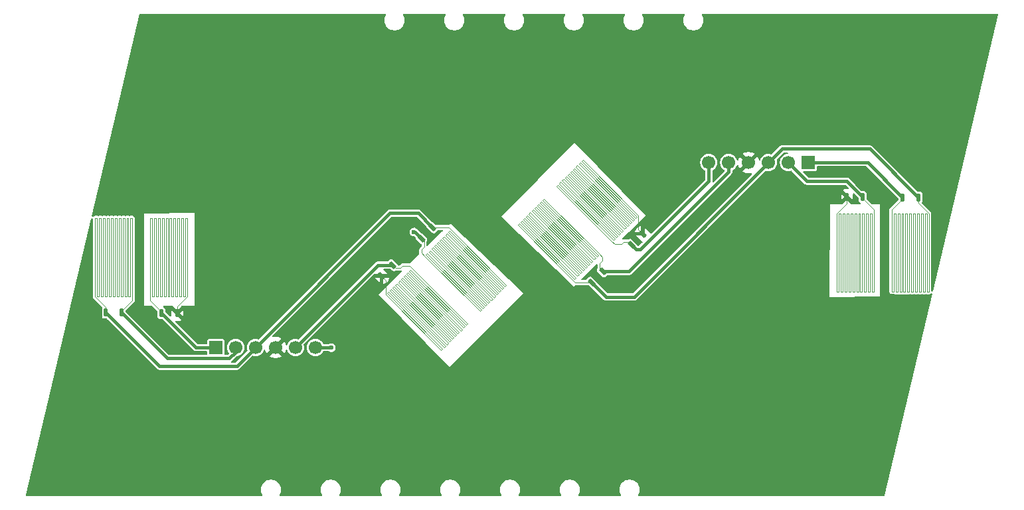
<source format=gbr>
%TF.GenerationSoftware,KiCad,Pcbnew,9.0.2*%
%TF.CreationDate,2025-08-03T15:00:20-04:00*%
%TF.ProjectId,SGTC,53475443-2e6b-4696-9361-645f70636258,rev?*%
%TF.SameCoordinates,Original*%
%TF.FileFunction,Copper,L1,Top*%
%TF.FilePolarity,Positive*%
%FSLAX46Y46*%
G04 Gerber Fmt 4.6, Leading zero omitted, Abs format (unit mm)*
G04 Created by KiCad (PCBNEW 9.0.2) date 2025-08-03 15:00:20*
%MOMM*%
%LPD*%
G01*
G04 APERTURE LIST*
G04 Aperture macros list*
%AMRoundRect*
0 Rectangle with rounded corners*
0 $1 Rounding radius*
0 $2 $3 $4 $5 $6 $7 $8 $9 X,Y pos of 4 corners*
0 Add a 4 corners polygon primitive as box body*
4,1,4,$2,$3,$4,$5,$6,$7,$8,$9,$2,$3,0*
0 Add four circle primitives for the rounded corners*
1,1,$1+$1,$2,$3*
1,1,$1+$1,$4,$5*
1,1,$1+$1,$6,$7*
1,1,$1+$1,$8,$9*
0 Add four rect primitives between the rounded corners*
20,1,$1+$1,$2,$3,$4,$5,0*
20,1,$1+$1,$4,$5,$6,$7,0*
20,1,$1+$1,$6,$7,$8,$9,0*
20,1,$1+$1,$8,$9,$2,$3,0*%
G04 Aperture macros list end*
%TA.AperFunction,EtchedComponent*%
%ADD10C,0.100000*%
%TD*%
%TA.AperFunction,SMDPad,CuDef*%
%ADD11RoundRect,0.075000X-0.424264X0.176777X0.176777X-0.424264X0.424264X-0.176777X-0.176777X0.424264X0*%
%TD*%
%TA.AperFunction,SMDPad,CuDef*%
%ADD12C,0.100000*%
%TD*%
%TA.AperFunction,SMDPad,CuDef*%
%ADD13RoundRect,0.075000X-0.175000X0.425000X-0.175000X-0.425000X0.175000X-0.425000X0.175000X0.425000X0*%
%TD*%
%TA.AperFunction,SMDPad,CuDef*%
%ADD14RoundRect,0.075000X0.175000X-0.425000X0.175000X0.425000X-0.175000X0.425000X-0.175000X-0.425000X0*%
%TD*%
%TA.AperFunction,ComponentPad*%
%ADD15R,1.700000X1.700000*%
%TD*%
%TA.AperFunction,ComponentPad*%
%ADD16C,1.700000*%
%TD*%
%TA.AperFunction,SMDPad,CuDef*%
%ADD17RoundRect,0.075000X0.424264X-0.176777X-0.176777X0.424264X-0.424264X0.176777X0.176777X-0.424264X0*%
%TD*%
%TA.AperFunction,ViaPad*%
%ADD18C,0.600000*%
%TD*%
%TA.AperFunction,Conductor*%
%ADD19C,0.400000*%
%TD*%
%TA.AperFunction,Conductor*%
%ADD20C,0.100000*%
%TD*%
%TA.AperFunction,Conductor*%
%ADD21C,0.200000*%
%TD*%
G04 APERTURE END LIST*
D10*
%TO.C,REF\u002A\u002A*%
X188847314Y-88200000D02*
X188847314Y-87700000D01*
X155773553Y-92113553D02*
X155420000Y-91760000D01*
X131166447Y-93233224D02*
X131520000Y-93586777D01*
X154223553Y-93756776D02*
X153870000Y-93403223D01*
X129616447Y-94876447D02*
X129970000Y-95230000D01*
X96542686Y-98790000D02*
X96542686Y-99290000D01*
X94285104Y-98800000D02*
X94285104Y-99300000D01*
X191104896Y-88190000D02*
X191104896Y-87690000D01*
%TD*%
D11*
%TO.P,U5,1,GND*%
%TO.N,GND*%
X159339250Y-90790823D03*
%TO.P,U5,2,V_READ*%
%TO.N,A2_IN_P*%
X157925036Y-92205037D03*
%TD*%
D12*
%TO.P,REF\u002A\u002A,1*%
%TO.N,A1_IN_P*%
X188847314Y-87700000D03*
%TO.P,REF\u002A\u002A,2*%
%TO.N,GND*%
X188847314Y-88200000D03*
%TD*%
D13*
%TO.P,U3,1,+3.3V*%
%TO.N,+3.3V*%
X194480000Y-86140000D03*
%TO.P,U3,2,V_READ*%
%TO.N,A1_IN_N*%
X192480000Y-86140000D03*
%TD*%
D14*
%TO.P,U3,1,+3.3V*%
%TO.N,+3.3V*%
X90910000Y-100850000D03*
%TO.P,U3,2,V_READ*%
%TO.N,A1_IN_P*%
X92910000Y-100850000D03*
%TD*%
D12*
%TO.P,REF\u002A\u002A,1*%
%TO.N,GND*%
X155420000Y-91760000D03*
%TO.P,REF\u002A\u002A,2*%
%TO.N,A2_IN_P*%
X155773553Y-92113553D03*
%TD*%
D15*
%TO.P,J1,1,Pin_1*%
%TO.N,A1_IN_N*%
X104920000Y-105300000D03*
D16*
%TO.P,J1,2,Pin_2*%
%TO.N,A1_IN_P*%
X107460000Y-105300000D03*
%TO.P,J1,3,Pin_3*%
%TO.N,+3.3V*%
X110000000Y-105300000D03*
%TO.P,J1,4,Pin_4*%
%TO.N,GND*%
X112540000Y-105300000D03*
%TO.P,J1,5,Pin_5*%
%TO.N,A2_IN_N*%
X115080000Y-105300000D03*
%TO.P,J1,6,Pin_6*%
%TO.N,A2_IN_P*%
X117620000Y-105300000D03*
%TD*%
D12*
%TO.P,REF\u002A\u002A,1*%
%TO.N,+3.3V*%
X131520000Y-93586777D03*
%TO.P,REF\u002A\u002A,2*%
%TO.N,A2_IN_P*%
X131166447Y-93233224D03*
%TD*%
%TO.P,REF\u002A\u002A,1*%
%TO.N,+3.3V*%
X153870000Y-93403223D03*
%TO.P,REF\u002A\u002A,2*%
%TO.N,A2_IN_N*%
X154223553Y-93756776D03*
%TD*%
%TO.P,REF\u002A\u002A,1*%
%TO.N,GND*%
X129970000Y-95230000D03*
%TO.P,REF\u002A\u002A,2*%
%TO.N,A2_IN_N*%
X129616447Y-94876447D03*
%TD*%
D13*
%TO.P,U5,1,GND*%
%TO.N,GND*%
X99990000Y-100900000D03*
%TO.P,U5,2,V_READ*%
%TO.N,A1_IN_N*%
X97990000Y-100900000D03*
%TD*%
D12*
%TO.P,REF\u002A\u002A,1*%
%TO.N,A1_IN_N*%
X96542686Y-99290000D03*
%TO.P,REF\u002A\u002A,2*%
%TO.N,GND*%
X96542686Y-98790000D03*
%TD*%
D14*
%TO.P,U5,1,GND*%
%TO.N,GND*%
X185400000Y-86090000D03*
%TO.P,U5,2,V_READ*%
%TO.N,A1_IN_P*%
X187400000Y-86090000D03*
%TD*%
D15*
%TO.P,J1,1,Pin_1*%
%TO.N,A1_IN_N*%
X180470000Y-81690000D03*
D16*
%TO.P,J1,2,Pin_2*%
%TO.N,A1_IN_P*%
X177930000Y-81690000D03*
%TO.P,J1,3,Pin_3*%
%TO.N,+3.3V*%
X175390000Y-81690000D03*
%TO.P,J1,4,Pin_4*%
%TO.N,GND*%
X172850000Y-81690000D03*
%TO.P,J1,5,Pin_5*%
%TO.N,A2_IN_N*%
X170310000Y-81690000D03*
%TO.P,J1,6,Pin_6*%
%TO.N,A2_IN_P*%
X167770000Y-81690000D03*
%TD*%
D17*
%TO.P,U6,1,+3.3V*%
%TO.N,+3.3V*%
X152842893Y-97007107D03*
%TO.P,U6,2,V_READ*%
%TO.N,A2_IN_N*%
X154257107Y-95592893D03*
%TD*%
D12*
%TO.P,REF\u002A\u002A,1*%
%TO.N,A1_IN_P*%
X94285104Y-99300000D03*
%TO.P,REF\u002A\u002A,2*%
%TO.N,+3.3V*%
X94285104Y-98800000D03*
%TD*%
D17*
%TO.P,U5,1,GND*%
%TO.N,GND*%
X126050750Y-96199177D03*
%TO.P,U5,2,V_READ*%
%TO.N,A2_IN_N*%
X127464964Y-94784963D03*
%TD*%
D11*
%TO.P,U6,1,+3.3V*%
%TO.N,+3.3V*%
X132547107Y-89982893D03*
%TO.P,U6,2,V_READ*%
%TO.N,A2_IN_P*%
X131132893Y-91397107D03*
%TD*%
D12*
%TO.P,REF\u002A\u002A,1*%
%TO.N,A1_IN_N*%
X191104896Y-87690000D03*
%TO.P,REF\u002A\u002A,2*%
%TO.N,+3.3V*%
X191104896Y-88190000D03*
%TD*%
D18*
%TO.N,A2_IN_P*%
X130200000Y-90560000D03*
X119660000Y-105310000D03*
%TD*%
D19*
%TO.N,A1_IN_P*%
X106650000Y-106690000D02*
X107460000Y-105880000D01*
X180320000Y-84080000D02*
X177930000Y-81690000D01*
D20*
X188847314Y-87700000D02*
X187400000Y-86252686D01*
D19*
X107460000Y-105880000D02*
X107460000Y-105300000D01*
X185390000Y-84080000D02*
X180320000Y-84080000D01*
D20*
X94285104Y-99300000D02*
X92910000Y-100675104D01*
D19*
X92910000Y-100850000D02*
X98750000Y-106690000D01*
D21*
X92910000Y-100675104D02*
X92910000Y-100850000D01*
D19*
X187400000Y-86090000D02*
X185390000Y-84080000D01*
D21*
X187400000Y-86090000D02*
X187400000Y-86252686D01*
D19*
X98750000Y-106690000D02*
X106650000Y-106690000D01*
D20*
%TO.N,GND*%
X188347060Y-98197836D02*
X188097060Y-98197836D01*
X135072564Y-104221751D02*
X135249340Y-104044974D01*
X97292940Y-98792164D02*
X97542940Y-98792164D01*
X129592486Y-95559693D02*
X129769263Y-95382916D01*
X157565282Y-89662539D02*
X157388504Y-89839317D01*
X133658349Y-105635965D02*
X133835127Y-105459188D01*
X126592384Y-98570000D02*
X133658349Y-105635965D01*
X96542940Y-98807060D02*
X96542940Y-88792164D01*
X187097060Y-98197836D02*
X187097060Y-88197836D01*
X100042940Y-98792164D02*
X100042940Y-88792164D01*
X155620737Y-91607084D02*
X148549669Y-84536016D01*
X127647942Y-97504237D02*
X134719008Y-104575305D01*
X100042940Y-88792164D02*
X100292940Y-88792164D01*
X128001496Y-97150683D02*
X135072564Y-104221751D01*
X184347060Y-88197836D02*
X184347060Y-98197836D01*
X184847060Y-88197836D02*
X184847060Y-98197836D01*
X188347060Y-88197836D02*
X188347060Y-98197836D01*
X158797616Y-88420000D02*
X158797616Y-90249189D01*
X98042940Y-88792164D02*
X98292940Y-88792164D01*
X157918834Y-89308987D02*
X157742058Y-89485763D01*
X136663554Y-102630761D02*
X129592486Y-95559693D01*
X158797616Y-88420000D02*
X151731651Y-81354035D01*
X101292940Y-88792164D02*
X101292940Y-98790000D01*
X158625941Y-88601880D02*
X158449164Y-88778657D01*
X129415709Y-95736470D02*
X136486775Y-102807538D01*
X185847060Y-88197836D02*
X185847060Y-98197836D01*
X156681397Y-90546422D02*
X149610330Y-83475355D01*
X158449164Y-88778657D02*
X151378097Y-81707588D01*
X126592384Y-96740811D02*
X126050750Y-96199177D01*
X155974291Y-91253530D02*
X148903225Y-84182462D01*
X184097060Y-88200000D02*
X185400000Y-86897060D01*
X100292940Y-98792164D02*
X100542940Y-98792164D01*
X126764059Y-98388120D02*
X126940836Y-98211343D01*
X184847060Y-98197836D02*
X184597060Y-98197836D01*
X133835127Y-105459188D02*
X126764059Y-98388120D01*
X101042940Y-98792164D02*
X101042940Y-88792164D01*
X99542940Y-88792164D02*
X99792940Y-88792164D01*
X149256776Y-83828909D02*
X149080000Y-84005685D01*
X97542940Y-88792164D02*
X97792940Y-88792164D01*
X135249340Y-104044974D02*
X128178272Y-96973907D01*
X97542940Y-98792164D02*
X97542940Y-88792164D01*
X97042940Y-98792164D02*
X97042940Y-88792164D01*
X137017107Y-102277207D02*
X129970000Y-95230100D01*
X126592384Y-98570000D02*
X126592384Y-96740811D01*
X129238933Y-95913246D02*
X129415709Y-95736470D01*
X184097060Y-98197836D02*
X184097060Y-88200000D01*
X157211728Y-90016093D02*
X157034952Y-90192869D01*
X185847060Y-98197836D02*
X185597060Y-98197836D01*
X99542940Y-98792164D02*
X99542940Y-88792164D01*
X98792940Y-88792164D02*
X98792940Y-98792164D01*
X98042940Y-98792164D02*
X98042940Y-88792164D01*
X149787106Y-83298579D02*
X156858174Y-90369647D01*
X100792940Y-98792164D02*
X101042940Y-98792164D01*
X149963884Y-83121802D02*
X149787106Y-83298579D01*
X148726446Y-84359239D02*
X155797514Y-91430307D01*
X97042940Y-88792164D02*
X97292940Y-88792164D01*
X158095611Y-89132210D02*
X151024543Y-82061142D01*
X126940836Y-98211343D02*
X134011903Y-105282412D01*
X151554873Y-81530812D02*
X158625941Y-88601880D01*
X97792940Y-98792164D02*
X98042940Y-98792164D01*
X136133224Y-103161091D02*
X136310000Y-102984315D01*
X148903225Y-84182462D02*
X148726446Y-84359239D01*
X134011903Y-105282412D02*
X134188678Y-105105635D01*
X187847060Y-98197836D02*
X187597060Y-98197836D01*
X156327844Y-90899977D02*
X149256776Y-83828909D01*
X96792940Y-88792164D02*
X96792940Y-98792164D01*
X187597060Y-98197836D02*
X187597060Y-88197836D01*
X185097060Y-88197836D02*
X184847060Y-88197836D01*
X151378097Y-81707588D02*
X151201322Y-81884365D01*
X135779670Y-103514645D02*
X135956446Y-103337868D01*
X148549669Y-84536016D02*
X148372893Y-84712793D01*
X150140660Y-82945026D02*
X157211728Y-90016093D01*
X99042940Y-88792164D02*
X99292940Y-88792164D01*
X149610330Y-83475355D02*
X149433554Y-83652132D01*
X155797514Y-91430307D02*
X155620737Y-91607084D01*
X188097060Y-88197836D02*
X187847060Y-88197836D01*
X134719008Y-104575305D02*
X134895786Y-104398529D01*
X148372893Y-84712793D02*
X155420000Y-91759900D01*
X188097060Y-98197836D02*
X188097060Y-88197836D01*
X184597060Y-88197836D02*
X184347060Y-88197836D01*
X156504621Y-90723199D02*
X156327844Y-90899977D01*
X186097060Y-88197836D02*
X185847060Y-88197836D01*
X134365457Y-104928858D02*
X134542234Y-104752081D01*
X128708603Y-96443578D02*
X135779670Y-103514645D01*
X187847060Y-88197836D02*
X187847060Y-98197836D01*
X188597060Y-98197836D02*
X188597060Y-88197836D01*
X97292940Y-88792164D02*
X97292940Y-98792164D01*
X134542234Y-104752081D02*
X127471166Y-97681013D01*
X98792940Y-98792164D02*
X99042940Y-98792164D01*
X187097060Y-88197836D02*
X186847060Y-88197836D01*
X185347060Y-98197836D02*
X185097060Y-98197836D01*
X100792940Y-88792164D02*
X100792940Y-98792164D01*
X150317436Y-82768249D02*
X150140660Y-82945026D01*
X99792940Y-88792164D02*
X99792940Y-98792164D01*
X157034952Y-90192869D02*
X149963884Y-83121802D01*
X149433554Y-83652132D02*
X156504621Y-90723199D01*
X188847060Y-88182940D02*
X188847060Y-98197836D01*
X184347060Y-98197836D02*
X184097060Y-98197836D01*
X136310000Y-102984315D02*
X129238933Y-95913246D01*
X135602894Y-103691421D02*
X128531826Y-96620353D01*
X185597060Y-88197836D02*
X185347060Y-88197836D01*
X151201322Y-81884365D02*
X158272389Y-88955432D01*
X99792940Y-98792164D02*
X100042940Y-98792164D01*
X100542940Y-88792164D02*
X100792940Y-88792164D01*
X156151067Y-91076754D02*
X155974291Y-91253530D01*
X101042940Y-88792164D02*
X101292940Y-88792164D01*
X187597060Y-88197836D02*
X187347060Y-88197836D01*
X98542940Y-98792164D02*
X98542940Y-88792164D01*
X186597060Y-88197836D02*
X186347060Y-88197836D01*
X127824718Y-97327461D02*
X128001496Y-97150683D01*
X100292940Y-88792164D02*
X100292940Y-98792164D01*
X128531826Y-96620353D02*
X128708603Y-96443578D01*
X96792940Y-98792164D02*
X97042940Y-98792164D01*
X186347060Y-88197836D02*
X186347060Y-98197836D01*
X98292940Y-88792164D02*
X98292940Y-98792164D01*
X101292940Y-98790000D02*
X99990000Y-100092940D01*
X129769263Y-95382916D02*
X136840331Y-102453984D01*
X188597060Y-88197836D02*
X188347060Y-88197836D01*
X158797616Y-90249189D02*
X159339250Y-90790823D01*
X150847766Y-82237919D02*
X157918834Y-89308987D01*
X156858174Y-90369647D02*
X156681397Y-90546422D01*
X134188678Y-105105635D02*
X127117611Y-98034568D01*
X135956446Y-103337868D02*
X128885379Y-96266801D01*
X127294389Y-97857790D02*
X134365457Y-104928858D01*
X128885379Y-96266801D02*
X129062156Y-96090023D01*
X136840331Y-102453984D02*
X137017107Y-102277207D01*
X98542940Y-88792164D02*
X98792940Y-88792164D01*
X128355048Y-96797131D02*
X135426116Y-103868198D01*
X149080000Y-84005685D02*
X156151067Y-91076754D01*
X99990000Y-100092940D02*
X99990000Y-100900000D01*
X151024543Y-82061142D02*
X150847766Y-82237919D01*
X96542940Y-88792164D02*
X96792940Y-88792164D01*
X188847060Y-98197836D02*
X188597060Y-98197836D01*
X185597060Y-98197836D02*
X185597060Y-88197836D01*
X186347060Y-98197836D02*
X186097060Y-98197836D01*
X186597060Y-98197836D02*
X186597060Y-88197836D01*
X184597060Y-98197836D02*
X184597060Y-88197836D01*
X158272389Y-88955432D02*
X158095611Y-89132210D01*
X186097060Y-98197836D02*
X186097060Y-88197836D01*
X186847060Y-98197836D02*
X186597060Y-98197836D01*
X185097060Y-98197836D02*
X185097060Y-88197836D01*
X134895786Y-104398529D02*
X127824718Y-97327461D01*
X187347060Y-98197836D02*
X187097060Y-98197836D01*
X135426116Y-103868198D02*
X135602894Y-103691421D01*
X150670992Y-82414695D02*
X150494214Y-82591471D01*
X99292940Y-88792164D02*
X99292940Y-98792164D01*
X157388504Y-89839317D02*
X150317436Y-82768249D01*
X185347060Y-88197836D02*
X185347060Y-98197836D01*
X127117611Y-98034568D02*
X127294389Y-97857790D01*
X99292940Y-98792164D02*
X99542940Y-98792164D01*
X187347060Y-88197836D02*
X187347060Y-98197836D01*
X129062156Y-96090023D02*
X136133224Y-103161091D01*
X185400000Y-86897060D02*
X185400000Y-86090000D01*
X151731651Y-81354035D02*
X151554873Y-81530812D01*
X128178272Y-96973907D02*
X128355048Y-96797131D01*
X157742058Y-89485763D02*
X150670992Y-82414695D01*
X100542940Y-98792164D02*
X100542940Y-88792164D01*
X97792940Y-88792164D02*
X97792940Y-98792164D01*
X99042940Y-98792164D02*
X99042940Y-88792164D01*
X127471166Y-97681013D02*
X127647942Y-97504237D01*
X136486775Y-102807538D02*
X136663554Y-102630761D01*
X98292940Y-98792164D02*
X98542940Y-98792164D01*
X186847060Y-88197836D02*
X186847060Y-98197836D01*
X150494214Y-82591471D02*
X157565282Y-89662539D01*
D19*
%TO.N,A1_IN_N*%
X102390000Y-105300000D02*
X104920000Y-105300000D01*
D20*
X191104896Y-87690000D02*
X192480000Y-86314896D01*
D19*
X192480000Y-86140000D02*
X188030000Y-81690000D01*
D21*
X97990000Y-100900000D02*
X97990000Y-100737314D01*
D19*
X188030000Y-81690000D02*
X180470000Y-81690000D01*
D20*
X96542686Y-99290000D02*
X97990000Y-100737314D01*
D21*
X192480000Y-86314896D02*
X192480000Y-86140000D01*
D19*
X102390000Y-105300000D02*
X97990000Y-100900000D01*
D20*
%TO.N,+3.3V*%
X132951243Y-92200938D02*
X132951243Y-92200937D01*
X191347060Y-98190000D02*
X191347060Y-88197836D01*
D19*
X97756000Y-107696000D02*
X90910000Y-100850000D01*
D20*
X151201321Y-96026500D02*
X144130253Y-88955432D01*
X150500000Y-96740000D02*
X150767107Y-97007107D01*
D19*
X110000000Y-105300000D02*
X127150000Y-88150000D01*
D20*
X132774467Y-92377714D02*
X132951243Y-92200938D01*
D19*
X175390000Y-81690000D02*
X158240000Y-98840000D01*
D20*
X141436525Y-97857790D02*
X134365457Y-90786722D01*
X151554873Y-95672948D02*
X144483805Y-88601880D01*
D19*
X158240000Y-98840000D02*
X154675786Y-98840000D01*
D20*
X90292940Y-98792164D02*
X90292940Y-88792164D01*
X144837361Y-88248326D02*
X145014136Y-88071549D01*
D19*
X110000000Y-105300000D02*
X107604000Y-107696000D01*
D20*
X92542940Y-88792164D02*
X92542940Y-98792164D01*
X91542940Y-88792164D02*
X91542940Y-98792164D01*
X152261980Y-94965841D02*
X145190912Y-87894773D01*
X140729418Y-98564897D02*
X133658350Y-91493829D01*
X143599923Y-89485763D02*
X150670991Y-96556830D01*
X150500000Y-96739395D02*
X143423145Y-89662540D01*
D19*
X154675786Y-98840000D02*
X152842893Y-97007107D01*
D20*
X192597060Y-98197836D02*
X192847060Y-98197836D01*
X145190912Y-87894773D02*
X145367690Y-87717996D01*
X192347060Y-88197836D02*
X192597060Y-88197836D01*
X143423145Y-89662540D02*
X143599923Y-89485763D01*
X151378097Y-95849724D02*
X151554873Y-95672948D01*
X194097060Y-98197836D02*
X194347060Y-98197836D01*
X195097060Y-98197836D02*
X195347060Y-98197836D01*
X138961650Y-100332665D02*
X131890582Y-93261597D01*
X194847060Y-98197836D02*
X194847060Y-88197836D01*
X90042940Y-98792164D02*
X89792940Y-98792164D01*
X91292940Y-88792164D02*
X91042940Y-88792164D01*
X152792310Y-94435511D02*
X152969088Y-94258733D01*
X151908427Y-95319394D02*
X144837361Y-88248326D01*
X134011903Y-91140276D02*
X133835127Y-91317052D01*
X192847060Y-98197836D02*
X192847060Y-88197836D01*
X92792940Y-88792164D02*
X92542940Y-88792164D01*
X134622893Y-89982893D02*
X132547107Y-89982893D01*
X152438757Y-94789062D02*
X152438757Y-94789063D01*
X194847060Y-88197836D02*
X195097060Y-88197836D01*
X93792940Y-98792164D02*
X93792940Y-88792164D01*
X91542940Y-98792164D02*
X91292940Y-98792164D01*
X195847060Y-98197836D02*
X195847060Y-88212940D01*
X133304797Y-91847382D02*
X133128020Y-92024159D01*
X132597690Y-92554489D02*
X132420912Y-92731267D01*
X92792940Y-98792164D02*
X92792940Y-88792164D01*
X193097060Y-88197836D02*
X193097060Y-98197836D01*
X90910000Y-100144120D02*
X89542940Y-98777060D01*
D19*
X107604000Y-107696000D02*
X97756000Y-107696000D01*
D20*
X151024543Y-96203278D02*
X151201321Y-96026500D01*
X191847060Y-98197836D02*
X191847060Y-88197836D01*
X140906195Y-98388120D02*
X140729418Y-98564897D01*
X132244136Y-92908043D02*
X132067360Y-93084819D01*
X90542940Y-98792164D02*
X90292940Y-98792164D01*
X94285104Y-98800000D02*
X94285104Y-88800000D01*
X138779333Y-100503900D02*
X138608098Y-100675135D01*
X145544466Y-87541219D02*
X145721242Y-87364443D01*
X140199088Y-99095227D02*
X140022310Y-99272004D01*
X132420912Y-92731267D02*
X139491980Y-99802334D01*
X151731650Y-95496171D02*
X151908427Y-95319394D01*
X150767107Y-97007107D02*
X152842893Y-97007107D01*
X90542940Y-88792164D02*
X90542940Y-98792164D01*
X150500000Y-96740000D02*
X150500000Y-96739395D01*
X146251572Y-86834113D02*
X146428350Y-86657335D01*
X144483805Y-88601880D02*
X144660582Y-88425103D01*
X90042940Y-88792164D02*
X90042940Y-98792164D01*
X191597060Y-98197836D02*
X191847060Y-98197836D01*
X90292940Y-88792164D02*
X90042940Y-88792164D01*
X194347060Y-88197836D02*
X194597060Y-88197836D01*
X139491980Y-99802334D02*
X139315204Y-99979110D01*
X91792940Y-88792164D02*
X91542940Y-88792164D01*
X133481573Y-91670606D02*
X140552639Y-98741674D01*
X93042940Y-88792164D02*
X93042940Y-98792164D01*
X140022310Y-99272004D02*
X132951243Y-92200937D01*
X91292940Y-98792164D02*
X91292940Y-88792164D01*
X94042940Y-98792164D02*
X93792940Y-98792164D01*
X89542940Y-88792164D02*
X89542940Y-98777060D01*
X150847766Y-96380054D02*
X143776699Y-89308987D01*
X146428350Y-86657335D02*
X153499418Y-93728403D01*
X193347060Y-88197836D02*
X193597060Y-88197836D01*
X94042940Y-88800000D02*
X94042940Y-98792164D01*
X146610667Y-86486100D02*
X146781902Y-86314865D01*
X144130253Y-88955432D02*
X144307029Y-88778657D01*
X193847060Y-98197836D02*
X193847060Y-88197836D01*
X133835127Y-91317052D02*
X140906195Y-98388120D01*
X134365457Y-90786722D02*
X134188679Y-90963500D01*
X91042940Y-88792164D02*
X91042940Y-98792164D01*
X152969088Y-94258733D02*
X145898020Y-87187666D01*
X191597060Y-88197836D02*
X191597060Y-98197836D01*
X141082971Y-98211343D02*
X134011903Y-91140276D01*
X193097060Y-98197836D02*
X193347060Y-98197836D01*
X192347060Y-98197836D02*
X192347060Y-88197836D01*
X139315204Y-99979110D02*
X132244136Y-92908043D01*
X194597060Y-98197836D02*
X194847060Y-98197836D01*
D19*
X130714214Y-88150000D02*
X132547107Y-89982893D01*
D20*
X89792940Y-88792164D02*
X89542940Y-88792164D01*
X90910000Y-100850000D02*
X90910000Y-100144120D01*
X94285104Y-88800000D02*
X94042940Y-88800000D01*
X145898020Y-87187666D02*
X146074796Y-87010890D01*
X141613301Y-97681013D02*
X141436525Y-97857790D01*
X192097060Y-98197836D02*
X192347060Y-98197836D01*
X191104896Y-88190000D02*
X191104896Y-98190000D01*
X133128020Y-92024159D02*
X140199088Y-99095227D01*
X90792940Y-98792164D02*
X90792940Y-88792164D01*
X131890582Y-93261597D02*
X131713806Y-93438373D01*
X191847060Y-88197836D02*
X192097060Y-88197836D01*
X143776699Y-89308987D02*
X143953475Y-89132210D01*
X145721242Y-87364443D02*
X152792310Y-94435511D01*
X191347060Y-88197836D02*
X191597060Y-88197836D01*
X134890000Y-90250000D02*
X134890000Y-90250605D01*
X153322640Y-93905181D02*
X146251572Y-86834113D01*
D19*
X127150000Y-88150000D02*
X130714214Y-88150000D01*
D20*
X153676194Y-93551627D02*
X146610667Y-86486100D01*
X152615533Y-94612286D02*
X152438757Y-94789062D01*
X92292940Y-98792164D02*
X92292940Y-88792164D01*
X140375864Y-98918451D02*
X133304797Y-91847382D01*
X194480000Y-86845880D02*
X195847060Y-88212940D01*
D19*
X175390000Y-81690000D02*
X177131000Y-79949000D01*
D20*
X132774467Y-92377714D02*
X139845534Y-99448781D01*
X150670991Y-96556830D02*
X150847766Y-96380054D01*
X93042940Y-98792164D02*
X92792940Y-98792164D01*
X138608098Y-100675135D02*
X131522963Y-93590000D01*
X93542940Y-88792164D02*
X93542940Y-98792164D01*
X92542940Y-98792164D02*
X92292940Y-98792164D01*
X134188679Y-90963500D02*
X141259747Y-98034568D01*
X195097060Y-88197836D02*
X195097060Y-98197836D01*
X134719009Y-90433170D02*
X134542234Y-90609946D01*
D19*
X188289000Y-79949000D02*
X194480000Y-86140000D01*
D20*
X152085203Y-95142618D02*
X152261980Y-94965841D01*
X195347060Y-88197836D02*
X195597060Y-88197836D01*
X131713806Y-93438373D02*
X138779333Y-100503900D01*
X93542940Y-98792164D02*
X93292940Y-98792164D01*
X153145864Y-94081957D02*
X153322640Y-93905181D01*
X195347060Y-98197836D02*
X195347060Y-88197836D01*
X141790077Y-97504237D02*
X134719009Y-90433170D01*
X92042940Y-88792164D02*
X92042940Y-98792164D01*
X134542234Y-90609946D02*
X141613301Y-97681013D01*
X139845534Y-99448781D02*
X139668758Y-99625557D01*
X91792940Y-98792164D02*
X91792940Y-88792164D01*
X194097060Y-88197836D02*
X194097060Y-98197836D01*
X144307029Y-88778657D02*
X151378097Y-95849724D01*
X92292940Y-88792164D02*
X92042940Y-88792164D01*
X146781902Y-86314865D02*
X153867037Y-93400000D01*
X192847060Y-88197836D02*
X193097060Y-88197836D01*
X193347060Y-98197836D02*
X193347060Y-88197836D01*
X152615533Y-94612286D02*
X145544466Y-87541219D01*
X194480000Y-86140000D02*
X194480000Y-86845880D01*
X91042940Y-98792164D02*
X90792940Y-98792164D01*
X139668758Y-99625557D02*
X132597690Y-92554489D01*
X89792940Y-98792164D02*
X89792940Y-88792164D01*
X192097060Y-88197836D02*
X192097060Y-98197836D01*
D19*
X177131000Y-79949000D02*
X188289000Y-79949000D01*
D20*
X193597060Y-88197836D02*
X193597060Y-98197836D01*
X194347060Y-98197836D02*
X194347060Y-88197836D01*
X191104896Y-98190000D02*
X191347060Y-98190000D01*
X141259747Y-98034568D02*
X141082971Y-98211343D01*
X195597060Y-98197836D02*
X195847060Y-98197836D01*
X93292940Y-98792164D02*
X93292940Y-88792164D01*
X133658350Y-91493829D02*
X133481573Y-91670606D01*
X93292940Y-88792164D02*
X93042940Y-88792164D01*
X144660582Y-88425103D02*
X151731650Y-95496171D01*
X140552639Y-98741674D02*
X140375864Y-98918451D01*
X146074796Y-87010890D02*
X153145864Y-94081957D01*
X90792940Y-88792164D02*
X90542940Y-88792164D01*
X132067360Y-93084819D02*
X139138428Y-100155887D01*
X92042940Y-98792164D02*
X91792940Y-98792164D01*
X193597060Y-98197836D02*
X193847060Y-98197836D01*
X193847060Y-88197836D02*
X194097060Y-88197836D01*
X93792940Y-88792164D02*
X93542940Y-88792164D01*
X145367690Y-87717996D02*
X152438757Y-94789063D01*
X194597060Y-88197836D02*
X194597060Y-98197836D01*
X139138428Y-100155887D02*
X138961650Y-100332665D01*
X134890000Y-90250605D02*
X141966855Y-97327460D01*
X145014136Y-88071549D02*
X152085203Y-95142618D01*
X153499418Y-93728403D02*
X153676194Y-93551627D01*
X195597060Y-88197836D02*
X195597060Y-98197836D01*
X141966855Y-97327460D02*
X141790077Y-97504237D01*
X192597060Y-88197836D02*
X192597060Y-98197836D01*
X143953475Y-89132210D02*
X151024543Y-96203278D01*
X134890000Y-90250000D02*
X134622893Y-89982893D01*
%TO.N,A2_IN_N*%
X153900000Y-94530000D02*
X153900000Y-95235786D01*
D19*
X170310000Y-82892081D02*
X157609188Y-95592893D01*
X157609188Y-95592893D02*
X154257107Y-95592893D01*
D20*
X128440000Y-95160000D02*
X127840001Y-95160000D01*
X128723553Y-94876447D02*
X128440000Y-95160000D01*
D19*
X115080000Y-105300000D02*
X125595037Y-94784963D01*
D20*
X127840001Y-95160000D02*
X127464964Y-94784963D01*
D19*
X125595037Y-94784963D02*
X127464964Y-94784963D01*
X170310000Y-81690000D02*
X170310000Y-82892081D01*
D20*
X129616447Y-94876447D02*
X128723553Y-94876447D01*
X154223553Y-93756776D02*
X154223553Y-94206447D01*
X153900000Y-95235786D02*
X154257107Y-95592893D01*
X154223553Y-94206447D02*
X153900000Y-94530000D01*
D19*
%TO.N,A2_IN_P*%
X158499999Y-92780000D02*
X157925036Y-92205037D01*
D20*
X157549999Y-91830000D02*
X157925036Y-92205037D01*
D19*
X130295786Y-90560000D02*
X131132893Y-91397107D01*
D20*
X156950000Y-91830000D02*
X157549999Y-91830000D01*
X131490000Y-91754214D02*
X131132893Y-91397107D01*
D19*
X167770000Y-84070000D02*
X159060000Y-92780000D01*
X167770000Y-81690000D02*
X167770000Y-84070000D01*
D20*
X131166447Y-93233224D02*
X131166447Y-92783553D01*
X131166447Y-92783553D02*
X131490000Y-92460000D01*
D19*
X130200000Y-90560000D02*
X130295786Y-90560000D01*
D20*
X156666447Y-92113553D02*
X156950000Y-91830000D01*
D19*
X117620000Y-105300000D02*
X119650000Y-105300000D01*
X159060000Y-92780000D02*
X158499999Y-92780000D01*
D20*
X131490000Y-92460000D02*
X131490000Y-91754214D01*
X155773553Y-92113553D02*
X156666447Y-92113553D01*
D19*
X119650000Y-105300000D02*
X119660000Y-105310000D01*
%TD*%
%TA.AperFunction,Conductor*%
%TO.N,GND*%
G36*
X126605724Y-62703735D02*
G01*
X126641688Y-62753235D01*
X126641688Y-62814421D01*
X126627626Y-62842019D01*
X126613908Y-62860898D01*
X126521808Y-63041656D01*
X126459117Y-63234598D01*
X126427383Y-63434961D01*
X126427383Y-63637838D01*
X126459117Y-63838201D01*
X126459119Y-63838206D01*
X126521809Y-64031146D01*
X126569581Y-64124903D01*
X126613909Y-64211902D01*
X126613911Y-64211906D01*
X126733148Y-64376022D01*
X126733150Y-64376024D01*
X126733153Y-64376028D01*
X126876603Y-64519478D01*
X126876606Y-64519480D01*
X126876608Y-64519482D01*
X127040724Y-64638719D01*
X127040728Y-64638721D01*
X127221485Y-64730822D01*
X127414425Y-64793512D01*
X127414426Y-64793512D01*
X127414429Y-64793513D01*
X127614793Y-64825248D01*
X127614796Y-64825248D01*
X127817669Y-64825248D01*
X128018032Y-64793513D01*
X128018033Y-64793512D01*
X128018037Y-64793512D01*
X128210977Y-64730822D01*
X128391734Y-64638721D01*
X128405570Y-64628669D01*
X128555853Y-64519482D01*
X128555859Y-64519478D01*
X128699309Y-64376028D01*
X128818552Y-64211903D01*
X128910653Y-64031146D01*
X128973343Y-63838206D01*
X128979024Y-63802337D01*
X129005079Y-63637838D01*
X129005079Y-63434961D01*
X128973344Y-63234598D01*
X128970077Y-63224542D01*
X128910653Y-63041654D01*
X128818552Y-62860897D01*
X128804835Y-62842017D01*
X128785929Y-62783828D01*
X128804836Y-62725637D01*
X128854337Y-62689673D01*
X128884929Y-62684828D01*
X134167533Y-62684828D01*
X134225724Y-62703735D01*
X134261688Y-62753235D01*
X134261688Y-62814421D01*
X134247626Y-62842019D01*
X134233908Y-62860898D01*
X134141808Y-63041656D01*
X134079117Y-63234598D01*
X134047383Y-63434961D01*
X134047383Y-63637838D01*
X134079117Y-63838201D01*
X134079119Y-63838206D01*
X134141809Y-64031146D01*
X134189581Y-64124903D01*
X134233909Y-64211902D01*
X134233911Y-64211906D01*
X134353148Y-64376022D01*
X134353150Y-64376024D01*
X134353153Y-64376028D01*
X134496603Y-64519478D01*
X134496606Y-64519480D01*
X134496608Y-64519482D01*
X134660724Y-64638719D01*
X134660728Y-64638721D01*
X134841485Y-64730822D01*
X135034425Y-64793512D01*
X135034426Y-64793512D01*
X135034429Y-64793513D01*
X135234793Y-64825248D01*
X135234796Y-64825248D01*
X135437669Y-64825248D01*
X135638032Y-64793513D01*
X135638033Y-64793512D01*
X135638037Y-64793512D01*
X135830977Y-64730822D01*
X136011734Y-64638721D01*
X136025570Y-64628669D01*
X136175853Y-64519482D01*
X136175859Y-64519478D01*
X136319309Y-64376028D01*
X136438552Y-64211903D01*
X136530653Y-64031146D01*
X136593343Y-63838206D01*
X136599024Y-63802337D01*
X136625079Y-63637838D01*
X136625079Y-63434961D01*
X136593344Y-63234598D01*
X136590077Y-63224542D01*
X136530653Y-63041654D01*
X136438552Y-62860897D01*
X136424835Y-62842017D01*
X136405929Y-62783828D01*
X136424836Y-62725637D01*
X136474337Y-62689673D01*
X136504929Y-62684828D01*
X141787533Y-62684828D01*
X141845724Y-62703735D01*
X141881688Y-62753235D01*
X141881688Y-62814421D01*
X141867626Y-62842019D01*
X141853908Y-62860898D01*
X141761808Y-63041656D01*
X141699117Y-63234598D01*
X141667383Y-63434961D01*
X141667383Y-63637838D01*
X141699117Y-63838201D01*
X141699119Y-63838206D01*
X141761809Y-64031146D01*
X141809581Y-64124903D01*
X141853909Y-64211902D01*
X141853911Y-64211906D01*
X141973148Y-64376022D01*
X141973150Y-64376024D01*
X141973153Y-64376028D01*
X142116603Y-64519478D01*
X142116606Y-64519480D01*
X142116608Y-64519482D01*
X142280724Y-64638719D01*
X142280728Y-64638721D01*
X142461485Y-64730822D01*
X142654425Y-64793512D01*
X142654426Y-64793512D01*
X142654429Y-64793513D01*
X142854793Y-64825248D01*
X142854796Y-64825248D01*
X143057669Y-64825248D01*
X143258032Y-64793513D01*
X143258033Y-64793512D01*
X143258037Y-64793512D01*
X143450977Y-64730822D01*
X143631734Y-64638721D01*
X143645570Y-64628669D01*
X143795853Y-64519482D01*
X143795859Y-64519478D01*
X143939309Y-64376028D01*
X144058552Y-64211903D01*
X144150653Y-64031146D01*
X144213343Y-63838206D01*
X144219024Y-63802337D01*
X144245079Y-63637838D01*
X144245079Y-63434961D01*
X144213344Y-63234598D01*
X144210077Y-63224542D01*
X144150653Y-63041654D01*
X144058552Y-62860897D01*
X144044835Y-62842017D01*
X144025929Y-62783828D01*
X144044836Y-62725637D01*
X144094337Y-62689673D01*
X144124929Y-62684828D01*
X149407533Y-62684828D01*
X149465724Y-62703735D01*
X149501688Y-62753235D01*
X149501688Y-62814421D01*
X149487626Y-62842019D01*
X149473908Y-62860898D01*
X149381808Y-63041656D01*
X149319117Y-63234598D01*
X149287383Y-63434961D01*
X149287383Y-63637838D01*
X149319117Y-63838201D01*
X149319119Y-63838206D01*
X149381809Y-64031146D01*
X149429581Y-64124903D01*
X149473909Y-64211902D01*
X149473911Y-64211906D01*
X149593148Y-64376022D01*
X149593150Y-64376024D01*
X149593153Y-64376028D01*
X149736603Y-64519478D01*
X149736606Y-64519480D01*
X149736608Y-64519482D01*
X149900724Y-64638719D01*
X149900728Y-64638721D01*
X150081485Y-64730822D01*
X150274425Y-64793512D01*
X150274426Y-64793512D01*
X150274429Y-64793513D01*
X150474793Y-64825248D01*
X150474796Y-64825248D01*
X150677669Y-64825248D01*
X150878032Y-64793513D01*
X150878033Y-64793512D01*
X150878037Y-64793512D01*
X151070977Y-64730822D01*
X151251734Y-64638721D01*
X151265570Y-64628669D01*
X151415853Y-64519482D01*
X151415859Y-64519478D01*
X151559309Y-64376028D01*
X151678552Y-64211903D01*
X151770653Y-64031146D01*
X151833343Y-63838206D01*
X151839024Y-63802337D01*
X151865079Y-63637838D01*
X151865079Y-63434961D01*
X151833344Y-63234598D01*
X151830077Y-63224542D01*
X151770653Y-63041654D01*
X151678552Y-62860897D01*
X151664835Y-62842017D01*
X151645929Y-62783828D01*
X151664836Y-62725637D01*
X151714337Y-62689673D01*
X151744929Y-62684828D01*
X157027533Y-62684828D01*
X157085724Y-62703735D01*
X157121688Y-62753235D01*
X157121688Y-62814421D01*
X157107626Y-62842019D01*
X157093908Y-62860898D01*
X157001808Y-63041656D01*
X156939117Y-63234598D01*
X156907383Y-63434961D01*
X156907383Y-63637838D01*
X156939117Y-63838201D01*
X156939119Y-63838206D01*
X157001809Y-64031146D01*
X157049581Y-64124903D01*
X157093909Y-64211902D01*
X157093911Y-64211906D01*
X157213148Y-64376022D01*
X157213150Y-64376024D01*
X157213153Y-64376028D01*
X157356603Y-64519478D01*
X157356606Y-64519480D01*
X157356608Y-64519482D01*
X157520724Y-64638719D01*
X157520728Y-64638721D01*
X157701485Y-64730822D01*
X157894425Y-64793512D01*
X157894426Y-64793512D01*
X157894429Y-64793513D01*
X158094793Y-64825248D01*
X158094796Y-64825248D01*
X158297669Y-64825248D01*
X158498032Y-64793513D01*
X158498033Y-64793512D01*
X158498037Y-64793512D01*
X158690977Y-64730822D01*
X158871734Y-64638721D01*
X158885570Y-64628669D01*
X159035853Y-64519482D01*
X159035859Y-64519478D01*
X159179309Y-64376028D01*
X159298552Y-64211903D01*
X159390653Y-64031146D01*
X159453343Y-63838206D01*
X159459024Y-63802337D01*
X159485079Y-63637838D01*
X159485079Y-63434961D01*
X159453344Y-63234598D01*
X159450077Y-63224542D01*
X159390653Y-63041654D01*
X159298552Y-62860897D01*
X159284835Y-62842017D01*
X159265929Y-62783828D01*
X159284836Y-62725637D01*
X159334337Y-62689673D01*
X159364929Y-62684828D01*
X164639030Y-62684828D01*
X164697221Y-62703735D01*
X164733185Y-62753235D01*
X164733185Y-62814421D01*
X164719122Y-62842019D01*
X164712713Y-62850839D01*
X164712709Y-62850845D01*
X164620608Y-63031604D01*
X164557917Y-63224546D01*
X164526183Y-63424909D01*
X164526183Y-63627786D01*
X164557917Y-63828149D01*
X164557919Y-63828154D01*
X164620609Y-64021094D01*
X164625731Y-64031146D01*
X164712709Y-64201850D01*
X164712711Y-64201854D01*
X164831948Y-64365970D01*
X164831950Y-64365972D01*
X164831953Y-64365976D01*
X164975403Y-64509426D01*
X164975406Y-64509428D01*
X164975408Y-64509430D01*
X165139524Y-64628667D01*
X165139528Y-64628669D01*
X165320285Y-64720770D01*
X165513225Y-64783460D01*
X165513226Y-64783460D01*
X165513229Y-64783461D01*
X165713593Y-64815196D01*
X165713596Y-64815196D01*
X165916469Y-64815196D01*
X166116832Y-64783461D01*
X166116833Y-64783460D01*
X166116837Y-64783460D01*
X166309777Y-64720770D01*
X166490534Y-64628669D01*
X166654659Y-64509426D01*
X166798109Y-64365976D01*
X166917352Y-64201851D01*
X167009453Y-64021094D01*
X167072143Y-63828154D01*
X167100906Y-63646555D01*
X167103879Y-63627786D01*
X167103879Y-63424909D01*
X167072144Y-63224546D01*
X167072143Y-63224542D01*
X167009453Y-63031602D01*
X166917352Y-62850845D01*
X166910940Y-62842019D01*
X166892032Y-62783829D01*
X166910939Y-62725638D01*
X166960439Y-62689674D01*
X166991032Y-62684828D01*
X204573840Y-62684828D01*
X204632031Y-62703735D01*
X204667995Y-62753235D01*
X204670192Y-62806573D01*
X196342912Y-98082015D01*
X196311141Y-98134305D01*
X196254702Y-98157935D01*
X196195154Y-98143877D01*
X196155241Y-98097503D01*
X196147560Y-98059270D01*
X196147560Y-88173378D01*
X196137339Y-88135233D01*
X196137339Y-88135232D01*
X196127081Y-88096950D01*
X196127080Y-88096948D01*
X196087523Y-88028433D01*
X196087522Y-88028432D01*
X196087521Y-88028431D01*
X196087520Y-88028429D01*
X194938329Y-86879238D01*
X194910552Y-86824721D01*
X194920123Y-86764289D01*
X194925011Y-86756154D01*
X194925744Y-86754581D01*
X194925747Y-86754579D01*
X194974259Y-86650545D01*
X194980500Y-86603139D01*
X194980499Y-85676862D01*
X194974259Y-85629455D01*
X194974259Y-85629453D01*
X194925748Y-85525423D01*
X194925747Y-85525422D01*
X194925747Y-85525421D01*
X194844579Y-85444253D01*
X194740545Y-85395741D01*
X194693139Y-85389500D01*
X194693138Y-85389500D01*
X194407611Y-85389500D01*
X194349420Y-85370593D01*
X194337607Y-85360504D01*
X191469500Y-82492397D01*
X188565614Y-79588511D01*
X188565611Y-79588509D01*
X188565610Y-79588508D01*
X188565609Y-79588507D01*
X188462890Y-79529202D01*
X188462886Y-79529200D01*
X188438673Y-79522712D01*
X188438673Y-79522713D01*
X188348309Y-79498500D01*
X177071691Y-79498500D01*
X177026508Y-79510606D01*
X176981325Y-79522713D01*
X176981324Y-79522712D01*
X176957115Y-79529200D01*
X176957113Y-79529200D01*
X176957113Y-79529201D01*
X176854391Y-79588507D01*
X176854386Y-79588510D01*
X175825397Y-80617498D01*
X175770880Y-80645275D01*
X175724800Y-80641649D01*
X175647698Y-80616597D01*
X175476614Y-80589500D01*
X175476611Y-80589500D01*
X175303389Y-80589500D01*
X175303386Y-80589500D01*
X175132297Y-80616597D01*
X175132293Y-80616598D01*
X174967561Y-80670123D01*
X174967558Y-80670125D01*
X174813214Y-80748766D01*
X174673073Y-80850585D01*
X174550585Y-80973073D01*
X174448766Y-81113214D01*
X174370125Y-81267558D01*
X174345323Y-81343888D01*
X174309359Y-81393388D01*
X174251167Y-81412294D01*
X174192977Y-81393386D01*
X174157014Y-81343886D01*
X174101096Y-81171786D01*
X174004623Y-80982446D01*
X174004619Y-80982440D01*
X173965270Y-80928282D01*
X173965269Y-80928282D01*
X173332962Y-81560590D01*
X173315925Y-81497007D01*
X173250099Y-81382993D01*
X173157007Y-81289901D01*
X173042993Y-81224075D01*
X172979407Y-81207037D01*
X173611716Y-80574729D01*
X173611716Y-80574728D01*
X173557559Y-80535380D01*
X173557553Y-80535376D01*
X173368215Y-80438904D01*
X173166121Y-80373240D01*
X172956250Y-80340000D01*
X172743750Y-80340000D01*
X172533878Y-80373240D01*
X172331784Y-80438904D01*
X172142446Y-80535376D01*
X172142442Y-80535378D01*
X172088282Y-80574728D01*
X172720591Y-81207037D01*
X172657007Y-81224075D01*
X172542993Y-81289901D01*
X172449901Y-81382993D01*
X172384075Y-81497007D01*
X172367037Y-81560591D01*
X171734728Y-80928282D01*
X171695378Y-80982442D01*
X171695376Y-80982446D01*
X171598904Y-81171784D01*
X171542985Y-81343887D01*
X171507021Y-81393387D01*
X171448830Y-81412294D01*
X171390639Y-81393387D01*
X171354676Y-81343887D01*
X171329876Y-81267561D01*
X171329874Y-81267558D01*
X171329873Y-81267557D01*
X171329873Y-81267555D01*
X171251232Y-81113212D01*
X171149414Y-80973072D01*
X171026928Y-80850586D01*
X170886788Y-80748768D01*
X170886787Y-80748767D01*
X170886785Y-80748766D01*
X170792390Y-80700670D01*
X170792388Y-80700668D01*
X170732447Y-80670127D01*
X170732438Y-80670123D01*
X170567706Y-80616598D01*
X170567702Y-80616597D01*
X170396614Y-80589500D01*
X170396611Y-80589500D01*
X170223389Y-80589500D01*
X170223386Y-80589500D01*
X170052297Y-80616597D01*
X170052293Y-80616598D01*
X169887561Y-80670123D01*
X169887558Y-80670125D01*
X169733214Y-80748766D01*
X169593073Y-80850585D01*
X169470585Y-80973073D01*
X169368766Y-81113214D01*
X169290125Y-81267558D01*
X169290123Y-81267561D01*
X169236598Y-81432293D01*
X169236597Y-81432297D01*
X169209500Y-81603385D01*
X169209500Y-81776614D01*
X169236597Y-81947702D01*
X169236598Y-81947706D01*
X169290123Y-82112438D01*
X169290125Y-82112441D01*
X169325214Y-82181309D01*
X169368768Y-82266788D01*
X169470586Y-82406928D01*
X169593072Y-82529414D01*
X169733212Y-82631232D01*
X169744645Y-82637057D01*
X169787910Y-82680320D01*
X169797482Y-82740752D01*
X169769706Y-82795269D01*
X169769705Y-82795271D01*
X168389504Y-84175473D01*
X168334987Y-84203250D01*
X168274555Y-84193679D01*
X168231290Y-84150414D01*
X168220500Y-84105469D01*
X168220500Y-82756245D01*
X168239407Y-82698054D01*
X168274554Y-82668036D01*
X168346788Y-82631232D01*
X168486928Y-82529414D01*
X168609414Y-82406928D01*
X168711232Y-82266788D01*
X168789873Y-82112445D01*
X168789874Y-82112440D01*
X168789876Y-82112438D01*
X168843401Y-81947706D01*
X168843402Y-81947702D01*
X168870500Y-81776614D01*
X168870500Y-81603385D01*
X168843402Y-81432297D01*
X168843401Y-81432293D01*
X168789876Y-81267561D01*
X168789874Y-81267558D01*
X168789873Y-81267557D01*
X168789873Y-81267555D01*
X168711232Y-81113212D01*
X168609414Y-80973072D01*
X168486928Y-80850586D01*
X168346788Y-80748768D01*
X168346787Y-80748767D01*
X168346785Y-80748766D01*
X168192441Y-80670125D01*
X168192438Y-80670123D01*
X168027706Y-80616598D01*
X168027702Y-80616597D01*
X167856614Y-80589500D01*
X167856611Y-80589500D01*
X167683389Y-80589500D01*
X167683386Y-80589500D01*
X167512297Y-80616597D01*
X167512293Y-80616598D01*
X167347561Y-80670123D01*
X167347558Y-80670125D01*
X167193214Y-80748766D01*
X167053073Y-80850585D01*
X166930585Y-80973073D01*
X166828766Y-81113214D01*
X166750125Y-81267558D01*
X166750123Y-81267561D01*
X166696598Y-81432293D01*
X166696597Y-81432297D01*
X166669500Y-81603385D01*
X166669500Y-81776614D01*
X166696597Y-81947702D01*
X166696598Y-81947706D01*
X166750123Y-82112438D01*
X166750125Y-82112441D01*
X166785214Y-82181309D01*
X166828768Y-82266788D01*
X166930586Y-82406928D01*
X167053072Y-82529414D01*
X167193212Y-82631232D01*
X167265445Y-82668036D01*
X167308709Y-82711299D01*
X167319500Y-82756245D01*
X167319500Y-83842388D01*
X167300593Y-83900579D01*
X167290504Y-83912392D01*
X160446549Y-90756346D01*
X160392032Y-90784123D01*
X160331600Y-90774552D01*
X160288335Y-90731287D01*
X160285080Y-90724226D01*
X160265775Y-90677618D01*
X160265775Y-90677617D01*
X160196756Y-90587670D01*
X159589249Y-89980163D01*
X159589249Y-90691823D01*
X159570342Y-90750014D01*
X159520842Y-90785978D01*
X159490249Y-90790823D01*
X159339251Y-90790823D01*
X159339250Y-90790824D01*
X159339250Y-90941822D01*
X159320343Y-91000013D01*
X159270843Y-91035977D01*
X159240250Y-91040822D01*
X158528590Y-91040822D01*
X159136097Y-91648329D01*
X159226045Y-91717348D01*
X159272653Y-91736653D01*
X159319180Y-91776389D01*
X159333464Y-91835884D01*
X159310050Y-91892412D01*
X159304773Y-91898121D01*
X158902393Y-92300503D01*
X158895276Y-92304129D01*
X158890580Y-92310593D01*
X158868529Y-92317757D01*
X158847876Y-92328281D01*
X158832389Y-92329500D01*
X158745970Y-92329500D01*
X158687779Y-92310593D01*
X158652941Y-92264360D01*
X158635540Y-92216554D01*
X158635540Y-92216553D01*
X158606432Y-92178619D01*
X157951454Y-91523643D01*
X157913520Y-91494533D01*
X157805654Y-91455273D01*
X157690865Y-91455273D01*
X157582999Y-91494533D01*
X157582994Y-91494536D01*
X157564090Y-91509042D01*
X157506414Y-91529466D01*
X157503823Y-91529500D01*
X156910438Y-91529500D01*
X156853794Y-91544677D01*
X156792694Y-91541476D01*
X156745144Y-91502971D01*
X156729308Y-91443870D01*
X156751234Y-91386749D01*
X156758438Y-91378779D01*
X157099006Y-91040822D01*
X157602868Y-90540823D01*
X158344663Y-90540823D01*
X158344664Y-90540824D01*
X159089250Y-90540824D01*
X159089251Y-90540823D01*
X159089251Y-89796237D01*
X159089250Y-89796236D01*
X159012371Y-89806358D01*
X159012363Y-89806360D01*
X158872495Y-89864295D01*
X158872491Y-89864297D01*
X158782541Y-89933319D01*
X158481746Y-90234114D01*
X158412724Y-90324064D01*
X158412722Y-90324068D01*
X158354787Y-90463936D01*
X158354785Y-90463944D01*
X158344663Y-90540823D01*
X157602868Y-90540823D01*
X159730000Y-88430000D01*
X150630000Y-79150000D01*
X150629999Y-79149999D01*
X141299999Y-88639999D01*
X141300000Y-88639999D01*
X141300000Y-88640000D01*
X150600000Y-97490000D01*
X150754852Y-97336334D01*
X150809475Y-97308767D01*
X150824586Y-97307607D01*
X152394573Y-97307607D01*
X152452764Y-97326514D01*
X152464576Y-97336603D01*
X152816475Y-97688501D01*
X152854409Y-97717611D01*
X152931082Y-97745517D01*
X152967226Y-97768543D01*
X154399172Y-99200489D01*
X154399174Y-99200490D01*
X154399175Y-99200491D01*
X154399176Y-99200492D01*
X154473182Y-99243219D01*
X154501899Y-99259799D01*
X154518581Y-99264268D01*
X154518585Y-99264271D01*
X154518586Y-99264270D01*
X154616477Y-99290500D01*
X154616478Y-99290500D01*
X158299308Y-99290500D01*
X158299309Y-99290500D01*
X158397200Y-99264270D01*
X158413887Y-99259799D01*
X158516614Y-99200489D01*
X171230655Y-86486447D01*
X184650000Y-86486447D01*
X185046447Y-86090000D01*
X184650000Y-85693553D01*
X184650000Y-86486447D01*
X171230655Y-86486447D01*
X174954603Y-82762499D01*
X175009118Y-82734724D01*
X175055196Y-82738349D01*
X175132299Y-82763402D01*
X175132300Y-82763402D01*
X175132303Y-82763403D01*
X175303386Y-82790500D01*
X175303389Y-82790500D01*
X175476614Y-82790500D01*
X175647702Y-82763402D01*
X175647706Y-82763401D01*
X175812438Y-82709876D01*
X175812440Y-82709874D01*
X175812445Y-82709873D01*
X175966788Y-82631232D01*
X176106928Y-82529414D01*
X176229414Y-82406928D01*
X176331232Y-82266788D01*
X176409873Y-82112445D01*
X176409874Y-82112440D01*
X176409876Y-82112438D01*
X176463401Y-81947706D01*
X176463402Y-81947702D01*
X176490500Y-81776614D01*
X176490500Y-81603385D01*
X176463403Y-81432303D01*
X176463400Y-81432293D01*
X176438348Y-81355195D01*
X176438348Y-81294014D01*
X176462498Y-81254603D01*
X177288608Y-80428496D01*
X177343124Y-80400719D01*
X177358611Y-80399500D01*
X177785085Y-80399500D01*
X177843276Y-80418407D01*
X177879240Y-80467907D01*
X177879240Y-80529093D01*
X177843276Y-80578593D01*
X177800572Y-80596281D01*
X177672297Y-80616597D01*
X177672293Y-80616598D01*
X177507561Y-80670123D01*
X177507558Y-80670125D01*
X177353214Y-80748766D01*
X177213073Y-80850585D01*
X177090585Y-80973073D01*
X176988766Y-81113214D01*
X176910125Y-81267558D01*
X176910123Y-81267561D01*
X176856598Y-81432293D01*
X176856597Y-81432297D01*
X176829500Y-81603385D01*
X176829500Y-81776614D01*
X176856597Y-81947702D01*
X176856598Y-81947706D01*
X176910123Y-82112438D01*
X176910125Y-82112441D01*
X176945214Y-82181309D01*
X176988768Y-82266788D01*
X177090586Y-82406928D01*
X177213072Y-82529414D01*
X177353212Y-82631232D01*
X177507555Y-82709873D01*
X177507557Y-82709873D01*
X177507558Y-82709874D01*
X177507561Y-82709876D01*
X177672293Y-82763401D01*
X177672297Y-82763402D01*
X177843386Y-82790500D01*
X177843389Y-82790500D01*
X178016614Y-82790500D01*
X178187696Y-82763403D01*
X178187697Y-82763402D01*
X178187701Y-82763402D01*
X178264800Y-82738349D01*
X178325984Y-82738349D01*
X178365397Y-82762500D01*
X180043386Y-84440489D01*
X180102696Y-84474731D01*
X180146114Y-84499799D01*
X180260691Y-84530500D01*
X185162389Y-84530500D01*
X185220580Y-84549407D01*
X185232393Y-84559496D01*
X185593893Y-84920996D01*
X185621670Y-84975513D01*
X185612099Y-85035945D01*
X185568834Y-85079210D01*
X185523889Y-85090000D01*
X185187309Y-85090000D01*
X185074898Y-85104799D01*
X185074890Y-85104801D01*
X184935022Y-85162736D01*
X184873497Y-85209944D01*
X185576776Y-85913224D01*
X186150000Y-86486447D01*
X186150000Y-85716111D01*
X186168907Y-85657920D01*
X186218407Y-85621956D01*
X186279593Y-85621956D01*
X186319004Y-85646107D01*
X186870504Y-86197607D01*
X186898281Y-86252124D01*
X186899500Y-86267611D01*
X186899500Y-86553133D01*
X186899501Y-86553145D01*
X186905740Y-86600544D01*
X186905740Y-86600546D01*
X186954251Y-86704576D01*
X186954252Y-86704577D01*
X186954253Y-86704579D01*
X187035421Y-86785747D01*
X187125387Y-86827699D01*
X187170133Y-86869426D01*
X187181808Y-86929487D01*
X187155950Y-86984940D01*
X187102436Y-87014603D01*
X187082615Y-87016418D01*
X186002791Y-87006263D01*
X185944781Y-86986809D01*
X185933718Y-86977271D01*
X185399999Y-86443552D01*
X184877527Y-86966022D01*
X184823011Y-86993799D01*
X184806593Y-86995014D01*
X183231370Y-86980200D01*
X183210000Y-86980000D01*
X183209999Y-86980000D01*
X183190000Y-98869999D01*
X183190000Y-98870000D01*
X189630000Y-98810000D01*
X189627758Y-98150438D01*
X189590000Y-87040000D01*
X188643463Y-87031097D01*
X188585452Y-87011643D01*
X188574390Y-87002105D01*
X187929495Y-86357210D01*
X187901718Y-86302693D01*
X187900499Y-86287206D01*
X187900499Y-85626865D01*
X187900498Y-85626854D01*
X187894259Y-85579455D01*
X187894259Y-85579453D01*
X187845748Y-85475423D01*
X187845747Y-85475422D01*
X187845747Y-85475421D01*
X187764579Y-85394253D01*
X187660545Y-85345741D01*
X187613139Y-85339500D01*
X187613138Y-85339500D01*
X187327611Y-85339500D01*
X187269420Y-85320593D01*
X187257607Y-85310504D01*
X186477603Y-84530500D01*
X185666614Y-83719511D01*
X185666611Y-83719509D01*
X185666610Y-83719508D01*
X185666609Y-83719507D01*
X185563890Y-83660202D01*
X185563886Y-83660200D01*
X185539673Y-83653712D01*
X185539673Y-83653713D01*
X185449309Y-83629500D01*
X185449307Y-83629500D01*
X180547611Y-83629500D01*
X180489420Y-83610593D01*
X180477607Y-83600504D01*
X179836607Y-82959504D01*
X179808830Y-82904987D01*
X179818401Y-82844555D01*
X179861666Y-82801290D01*
X179906611Y-82790500D01*
X181344673Y-82790500D01*
X181344674Y-82790500D01*
X181417740Y-82775966D01*
X181500601Y-82720601D01*
X181555966Y-82637740D01*
X181570500Y-82564674D01*
X181570500Y-82239500D01*
X181589407Y-82181309D01*
X181638907Y-82145345D01*
X181669500Y-82140500D01*
X187802389Y-82140500D01*
X187860580Y-82159407D01*
X187872393Y-82169496D01*
X191950504Y-86247607D01*
X191954130Y-86254724D01*
X191960593Y-86259420D01*
X191967756Y-86281468D01*
X191978281Y-86302124D01*
X191979500Y-86317611D01*
X191979500Y-86349416D01*
X191960593Y-86407607D01*
X191950504Y-86419420D01*
X190920385Y-87449540D01*
X190920384Y-87449539D01*
X190864435Y-87505489D01*
X190824876Y-87574007D01*
X190824874Y-87574011D01*
X190804396Y-87650435D01*
X190804396Y-98229564D01*
X190824874Y-98305988D01*
X190824876Y-98305992D01*
X190862174Y-98370593D01*
X190864436Y-98374511D01*
X190920385Y-98430460D01*
X190943225Y-98443647D01*
X190988903Y-98470019D01*
X190988907Y-98470021D01*
X191065331Y-98490499D01*
X191065333Y-98490500D01*
X191065334Y-98490500D01*
X191386622Y-98490500D01*
X191431816Y-98478390D01*
X191483060Y-98478390D01*
X191557498Y-98498336D01*
X191886620Y-98498336D01*
X191886622Y-98498336D01*
X191946438Y-98482308D01*
X191997682Y-98482308D01*
X192057498Y-98498336D01*
X192057500Y-98498336D01*
X192386620Y-98498336D01*
X192386622Y-98498336D01*
X192446438Y-98482308D01*
X192497682Y-98482308D01*
X192557498Y-98498336D01*
X192557500Y-98498336D01*
X192886620Y-98498336D01*
X192886622Y-98498336D01*
X192946438Y-98482308D01*
X192997682Y-98482308D01*
X193057498Y-98498336D01*
X193057500Y-98498336D01*
X193386620Y-98498336D01*
X193386622Y-98498336D01*
X193446438Y-98482308D01*
X193497682Y-98482308D01*
X193557498Y-98498336D01*
X193557500Y-98498336D01*
X193886620Y-98498336D01*
X193886622Y-98498336D01*
X193946438Y-98482308D01*
X193997682Y-98482308D01*
X194057498Y-98498336D01*
X194057500Y-98498336D01*
X194386620Y-98498336D01*
X194386622Y-98498336D01*
X194446438Y-98482308D01*
X194497682Y-98482308D01*
X194557498Y-98498336D01*
X194557500Y-98498336D01*
X194886620Y-98498336D01*
X194886622Y-98498336D01*
X194946438Y-98482308D01*
X194997682Y-98482308D01*
X195057498Y-98498336D01*
X195057500Y-98498336D01*
X195386620Y-98498336D01*
X195386622Y-98498336D01*
X195446438Y-98482308D01*
X195497682Y-98482308D01*
X195557498Y-98498336D01*
X195557500Y-98498336D01*
X195886623Y-98498336D01*
X195886623Y-98498335D01*
X195963049Y-98477857D01*
X196031571Y-98438296D01*
X196082605Y-98387261D01*
X196137119Y-98359485D01*
X196197551Y-98369056D01*
X196240816Y-98412320D01*
X196250388Y-98472752D01*
X196248959Y-98480011D01*
X190171895Y-124223245D01*
X190140124Y-124275535D01*
X190083685Y-124299165D01*
X190075543Y-124299500D01*
X189084907Y-124299500D01*
X95179304Y-62908217D01*
X95214023Y-62761090D01*
X95245790Y-62708798D01*
X95302227Y-62685164D01*
X95310377Y-62684828D01*
X126547533Y-62684828D01*
X126605724Y-62703735D01*
G37*
%TD.AperFunction*%
%TA.AperFunction,Conductor*%
G36*
X172384075Y-81882993D02*
G01*
X172449901Y-81997007D01*
X172542993Y-82090099D01*
X172657007Y-82155925D01*
X172720590Y-82172962D01*
X172088282Y-82805269D01*
X172088282Y-82805270D01*
X172142440Y-82844619D01*
X172142446Y-82844623D01*
X172331784Y-82941095D01*
X172533878Y-83006759D01*
X172743750Y-83040000D01*
X172956250Y-83040000D01*
X173166124Y-83006758D01*
X173173902Y-83004231D01*
X173235088Y-83004226D01*
X173284590Y-83040186D01*
X173303502Y-83098376D01*
X173284599Y-83156568D01*
X173274506Y-83168387D01*
X158082393Y-98360504D01*
X158027876Y-98388281D01*
X158012389Y-98389500D01*
X154903397Y-98389500D01*
X154845206Y-98370593D01*
X154833393Y-98360504D01*
X153604329Y-97131440D01*
X153581303Y-97095296D01*
X153553397Y-97018623D01*
X153524289Y-96980689D01*
X152869311Y-96325713D01*
X152831377Y-96296603D01*
X152723511Y-96257343D01*
X152608722Y-96257343D01*
X152500856Y-96296603D01*
X152500851Y-96296605D01*
X152462922Y-96325710D01*
X152462918Y-96325713D01*
X152161499Y-96627134D01*
X152130236Y-96667876D01*
X152079810Y-96702531D01*
X152051695Y-96706607D01*
X151629760Y-96706607D01*
X151571569Y-96687700D01*
X151535605Y-96638200D01*
X151535605Y-96577014D01*
X151560026Y-96537335D01*
X152485142Y-95619311D01*
X153430766Y-94680936D01*
X153485389Y-94653369D01*
X153545784Y-94663173D01*
X153588882Y-94706604D01*
X153599500Y-94751209D01*
X153599500Y-95148536D01*
X153580593Y-95206727D01*
X153577407Y-95210713D01*
X153546603Y-95250855D01*
X153546603Y-95250856D01*
X153507343Y-95358722D01*
X153507343Y-95473511D01*
X153546603Y-95581377D01*
X153575711Y-95619311D01*
X154230689Y-96274287D01*
X154268623Y-96303397D01*
X154376489Y-96342657D01*
X154376490Y-96342657D01*
X154491277Y-96342657D01*
X154491278Y-96342657D01*
X154599144Y-96303397D01*
X154637079Y-96274289D01*
X154838976Y-96072389D01*
X154893493Y-96044612D01*
X154908980Y-96043393D01*
X157668495Y-96043393D01*
X157668497Y-96043393D01*
X157760402Y-96018767D01*
X157783075Y-96012692D01*
X157885802Y-95953382D01*
X170670490Y-83168695D01*
X170729799Y-83065967D01*
X170760500Y-82951390D01*
X170760500Y-82756245D01*
X170779407Y-82698054D01*
X170814554Y-82668036D01*
X170886788Y-82631232D01*
X171026928Y-82529414D01*
X171149414Y-82406928D01*
X171251232Y-82266788D01*
X171329873Y-82112445D01*
X171354675Y-82036111D01*
X171390639Y-81986612D01*
X171448830Y-81967705D01*
X171507021Y-81986612D01*
X171542985Y-82036112D01*
X171598904Y-82208215D01*
X171695376Y-82397553D01*
X171695380Y-82397559D01*
X171734728Y-82451716D01*
X171734729Y-82451716D01*
X172367037Y-81819407D01*
X172384075Y-81882993D01*
G37*
%TD.AperFunction*%
%TD*%
%TA.AperFunction,Conductor*%
%TO.N,GND*%
G36*
X190206011Y-124078719D02*
G01*
X190171895Y-124223245D01*
X190140124Y-124275535D01*
X190083686Y-124299165D01*
X190075543Y-124299500D01*
X158858306Y-124299500D01*
X158800115Y-124280593D01*
X158764151Y-124231093D01*
X158764151Y-124169907D01*
X158778214Y-124142308D01*
X158784321Y-124133903D01*
X158876422Y-123953146D01*
X158939112Y-123760206D01*
X158967875Y-123578607D01*
X158970848Y-123559838D01*
X158970848Y-123356961D01*
X158939113Y-123156598D01*
X158939112Y-123156594D01*
X158876422Y-122963654D01*
X158784321Y-122782897D01*
X158784319Y-122782893D01*
X158665082Y-122618777D01*
X158665080Y-122618775D01*
X158665078Y-122618772D01*
X158521628Y-122475322D01*
X158521624Y-122475319D01*
X158521622Y-122475317D01*
X158357506Y-122356080D01*
X158357502Y-122356078D01*
X158270503Y-122311750D01*
X158176746Y-122263978D01*
X158176743Y-122263977D01*
X157983801Y-122201286D01*
X157783438Y-122169552D01*
X157783435Y-122169552D01*
X157580565Y-122169552D01*
X157580562Y-122169552D01*
X157380198Y-122201286D01*
X157187256Y-122263977D01*
X157006497Y-122356078D01*
X157006493Y-122356080D01*
X156842377Y-122475317D01*
X156698917Y-122618777D01*
X156579680Y-122782893D01*
X156579678Y-122782897D01*
X156487577Y-122963656D01*
X156424886Y-123156598D01*
X156393152Y-123356961D01*
X156393152Y-123559838D01*
X156424886Y-123760201D01*
X156424888Y-123760206D01*
X156487578Y-123953146D01*
X156492700Y-123963198D01*
X156579678Y-124133901D01*
X156585786Y-124142308D01*
X156604694Y-124200499D01*
X156585788Y-124258690D01*
X156536288Y-124294654D01*
X156505694Y-124299500D01*
X151246809Y-124299500D01*
X151188618Y-124280593D01*
X151152654Y-124231093D01*
X151152654Y-124169907D01*
X151164024Y-124147596D01*
X151163490Y-124147269D01*
X151165517Y-124143960D01*
X151165521Y-124143955D01*
X151257622Y-123963198D01*
X151320312Y-123770258D01*
X151325993Y-123734389D01*
X151352048Y-123569890D01*
X151352048Y-123367013D01*
X151320313Y-123166650D01*
X151317046Y-123156594D01*
X151257622Y-122973706D01*
X151165521Y-122792949D01*
X151165519Y-122792945D01*
X151046282Y-122628829D01*
X151046280Y-122628827D01*
X151046278Y-122628824D01*
X150902828Y-122485374D01*
X150902824Y-122485371D01*
X150902822Y-122485369D01*
X150738706Y-122366132D01*
X150738702Y-122366130D01*
X150651703Y-122321802D01*
X150557946Y-122274030D01*
X150527006Y-122263977D01*
X150365001Y-122211338D01*
X150164638Y-122179604D01*
X150164635Y-122179604D01*
X149961765Y-122179604D01*
X149961762Y-122179604D01*
X149761398Y-122211338D01*
X149568456Y-122274029D01*
X149387697Y-122366130D01*
X149387693Y-122366132D01*
X149223577Y-122485369D01*
X149080117Y-122628829D01*
X148960880Y-122792945D01*
X148960878Y-122792949D01*
X148868777Y-122973708D01*
X148806086Y-123166650D01*
X148774352Y-123367013D01*
X148774352Y-123569890D01*
X148806086Y-123770253D01*
X148806088Y-123770258D01*
X148868778Y-123963198D01*
X148916550Y-124056955D01*
X148960878Y-124143954D01*
X148962910Y-124147269D01*
X148961559Y-124148096D01*
X148978591Y-124200480D01*
X148959695Y-124258675D01*
X148910203Y-124294648D01*
X148879591Y-124299500D01*
X143626809Y-124299500D01*
X143568618Y-124280593D01*
X143532654Y-124231093D01*
X143532654Y-124169907D01*
X143544024Y-124147596D01*
X143543490Y-124147269D01*
X143545517Y-124143960D01*
X143545521Y-124143955D01*
X143637622Y-123963198D01*
X143700312Y-123770258D01*
X143705993Y-123734389D01*
X143732048Y-123569890D01*
X143732048Y-123367013D01*
X143700313Y-123166650D01*
X143697046Y-123156594D01*
X143637622Y-122973706D01*
X143545521Y-122792949D01*
X143545519Y-122792945D01*
X143426282Y-122628829D01*
X143426280Y-122628827D01*
X143426278Y-122628824D01*
X143282828Y-122485374D01*
X143282824Y-122485371D01*
X143282822Y-122485369D01*
X143118706Y-122366132D01*
X143118702Y-122366130D01*
X143031703Y-122321802D01*
X142937946Y-122274030D01*
X142907006Y-122263977D01*
X142745001Y-122211338D01*
X142544638Y-122179604D01*
X142544635Y-122179604D01*
X142341765Y-122179604D01*
X142341762Y-122179604D01*
X142141398Y-122211338D01*
X141948456Y-122274029D01*
X141767697Y-122366130D01*
X141767693Y-122366132D01*
X141603577Y-122485369D01*
X141460117Y-122628829D01*
X141340880Y-122792945D01*
X141340878Y-122792949D01*
X141248777Y-122973708D01*
X141186086Y-123166650D01*
X141154352Y-123367013D01*
X141154352Y-123569890D01*
X141186086Y-123770253D01*
X141186088Y-123770258D01*
X141248778Y-123963198D01*
X141296550Y-124056955D01*
X141340878Y-124143954D01*
X141342910Y-124147269D01*
X141341559Y-124148096D01*
X141358591Y-124200480D01*
X141339695Y-124258675D01*
X141290203Y-124294648D01*
X141259591Y-124299500D01*
X136006809Y-124299500D01*
X135948618Y-124280593D01*
X135912654Y-124231093D01*
X135912654Y-124169907D01*
X135924024Y-124147596D01*
X135923490Y-124147269D01*
X135925517Y-124143960D01*
X135925521Y-124143955D01*
X136017622Y-123963198D01*
X136080312Y-123770258D01*
X136085993Y-123734389D01*
X136112048Y-123569890D01*
X136112048Y-123367013D01*
X136080313Y-123166650D01*
X136077046Y-123156594D01*
X136017622Y-122973706D01*
X135925521Y-122792949D01*
X135925519Y-122792945D01*
X135806282Y-122628829D01*
X135806280Y-122628827D01*
X135806278Y-122628824D01*
X135662828Y-122485374D01*
X135662824Y-122485371D01*
X135662822Y-122485369D01*
X135498706Y-122366132D01*
X135498702Y-122366130D01*
X135411703Y-122321802D01*
X135317946Y-122274030D01*
X135287006Y-122263977D01*
X135125001Y-122211338D01*
X134924638Y-122179604D01*
X134924635Y-122179604D01*
X134721765Y-122179604D01*
X134721762Y-122179604D01*
X134521398Y-122211338D01*
X134328456Y-122274029D01*
X134147697Y-122366130D01*
X134147693Y-122366132D01*
X133983577Y-122485369D01*
X133840117Y-122628829D01*
X133720880Y-122792945D01*
X133720878Y-122792949D01*
X133628777Y-122973708D01*
X133566086Y-123166650D01*
X133534352Y-123367013D01*
X133534352Y-123569890D01*
X133566086Y-123770253D01*
X133566088Y-123770258D01*
X133628778Y-123963198D01*
X133676550Y-124056955D01*
X133720878Y-124143954D01*
X133722910Y-124147269D01*
X133721559Y-124148096D01*
X133738591Y-124200480D01*
X133719695Y-124258675D01*
X133670203Y-124294648D01*
X133639591Y-124299500D01*
X128386809Y-124299500D01*
X128328618Y-124280593D01*
X128292654Y-124231093D01*
X128292654Y-124169907D01*
X128304024Y-124147596D01*
X128303490Y-124147269D01*
X128305517Y-124143960D01*
X128305521Y-124143955D01*
X128397622Y-123963198D01*
X128460312Y-123770258D01*
X128465993Y-123734389D01*
X128492048Y-123569890D01*
X128492048Y-123367013D01*
X128460313Y-123166650D01*
X128457046Y-123156594D01*
X128397622Y-122973706D01*
X128305521Y-122792949D01*
X128305519Y-122792945D01*
X128186282Y-122628829D01*
X128186280Y-122628827D01*
X128186278Y-122628824D01*
X128042828Y-122485374D01*
X128042824Y-122485371D01*
X128042822Y-122485369D01*
X127878706Y-122366132D01*
X127878702Y-122366130D01*
X127791703Y-122321802D01*
X127697946Y-122274030D01*
X127667006Y-122263977D01*
X127505001Y-122211338D01*
X127304638Y-122179604D01*
X127304635Y-122179604D01*
X127101765Y-122179604D01*
X127101762Y-122179604D01*
X126901398Y-122211338D01*
X126708456Y-122274029D01*
X126527697Y-122366130D01*
X126527693Y-122366132D01*
X126363577Y-122485369D01*
X126220117Y-122628829D01*
X126100880Y-122792945D01*
X126100878Y-122792949D01*
X126008777Y-122973708D01*
X125946086Y-123166650D01*
X125914352Y-123367013D01*
X125914352Y-123569890D01*
X125946086Y-123770253D01*
X125946088Y-123770258D01*
X126008778Y-123963198D01*
X126056550Y-124056955D01*
X126100878Y-124143954D01*
X126102910Y-124147269D01*
X126101559Y-124148096D01*
X126118591Y-124200480D01*
X126099695Y-124258675D01*
X126050203Y-124294648D01*
X126019591Y-124299500D01*
X120766809Y-124299500D01*
X120708618Y-124280593D01*
X120672654Y-124231093D01*
X120672654Y-124169907D01*
X120684024Y-124147596D01*
X120683490Y-124147269D01*
X120685517Y-124143960D01*
X120685521Y-124143955D01*
X120777622Y-123963198D01*
X120840312Y-123770258D01*
X120845993Y-123734389D01*
X120872048Y-123569890D01*
X120872048Y-123367013D01*
X120840313Y-123166650D01*
X120837046Y-123156594D01*
X120777622Y-122973706D01*
X120685521Y-122792949D01*
X120685519Y-122792945D01*
X120566282Y-122628829D01*
X120566280Y-122628827D01*
X120566278Y-122628824D01*
X120422828Y-122485374D01*
X120422824Y-122485371D01*
X120422822Y-122485369D01*
X120258706Y-122366132D01*
X120258702Y-122366130D01*
X120171703Y-122321802D01*
X120077946Y-122274030D01*
X120047006Y-122263977D01*
X119885001Y-122211338D01*
X119684638Y-122179604D01*
X119684635Y-122179604D01*
X119481765Y-122179604D01*
X119481762Y-122179604D01*
X119281398Y-122211338D01*
X119088456Y-122274029D01*
X118907697Y-122366130D01*
X118907693Y-122366132D01*
X118743577Y-122485369D01*
X118600117Y-122628829D01*
X118480880Y-122792945D01*
X118480878Y-122792949D01*
X118388777Y-122973708D01*
X118326086Y-123166650D01*
X118294352Y-123367013D01*
X118294352Y-123569890D01*
X118326086Y-123770253D01*
X118326088Y-123770258D01*
X118388778Y-123963198D01*
X118436550Y-124056955D01*
X118480878Y-124143954D01*
X118482910Y-124147269D01*
X118481559Y-124148096D01*
X118498591Y-124200480D01*
X118479695Y-124258675D01*
X118430203Y-124294648D01*
X118399591Y-124299500D01*
X113146809Y-124299500D01*
X113088618Y-124280593D01*
X113052654Y-124231093D01*
X113052654Y-124169907D01*
X113064024Y-124147596D01*
X113063490Y-124147269D01*
X113065517Y-124143960D01*
X113065521Y-124143955D01*
X113157622Y-123963198D01*
X113220312Y-123770258D01*
X113225993Y-123734389D01*
X113252048Y-123569890D01*
X113252048Y-123367013D01*
X113220313Y-123166650D01*
X113217046Y-123156594D01*
X113157622Y-122973706D01*
X113065521Y-122792949D01*
X113065519Y-122792945D01*
X112946282Y-122628829D01*
X112946280Y-122628827D01*
X112946278Y-122628824D01*
X112802828Y-122485374D01*
X112802824Y-122485371D01*
X112802822Y-122485369D01*
X112638706Y-122366132D01*
X112638702Y-122366130D01*
X112551703Y-122321802D01*
X112457946Y-122274030D01*
X112427006Y-122263977D01*
X112265001Y-122211338D01*
X112064638Y-122179604D01*
X112064635Y-122179604D01*
X111861765Y-122179604D01*
X111861762Y-122179604D01*
X111661398Y-122211338D01*
X111468456Y-122274029D01*
X111287697Y-122366130D01*
X111287693Y-122366132D01*
X111123577Y-122485369D01*
X110980117Y-122628829D01*
X110860880Y-122792945D01*
X110860878Y-122792949D01*
X110768777Y-122973708D01*
X110706086Y-123166650D01*
X110674352Y-123367013D01*
X110674352Y-123569890D01*
X110706086Y-123770253D01*
X110706088Y-123770258D01*
X110768778Y-123963198D01*
X110816550Y-124056955D01*
X110860878Y-124143954D01*
X110862910Y-124147269D01*
X110861559Y-124148096D01*
X110878591Y-124200480D01*
X110859695Y-124258675D01*
X110810203Y-124294648D01*
X110779591Y-124299500D01*
X80817434Y-124299500D01*
X80759243Y-124280593D01*
X80723279Y-124231093D01*
X80721080Y-124177763D01*
X80731431Y-124133901D01*
X89047086Y-88894687D01*
X89078853Y-88842395D01*
X89135290Y-88818761D01*
X89194839Y-88832813D01*
X89234756Y-88879185D01*
X89242440Y-88917425D01*
X89242440Y-98816624D01*
X89262918Y-98893047D01*
X89262919Y-98893049D01*
X89282050Y-98926185D01*
X89302480Y-98961571D01*
X90290908Y-99949999D01*
X90451670Y-100110761D01*
X90479447Y-100165278D01*
X90469876Y-100225710D01*
X90464988Y-100233845D01*
X90415741Y-100339455D01*
X90409500Y-100386862D01*
X90409500Y-101313134D01*
X90409501Y-101313145D01*
X90415740Y-101360544D01*
X90415740Y-101360546D01*
X90464251Y-101464576D01*
X90464252Y-101464577D01*
X90464253Y-101464579D01*
X90545421Y-101545747D01*
X90649455Y-101594259D01*
X90696861Y-101600500D01*
X90982388Y-101600499D01*
X91040578Y-101619406D01*
X91052392Y-101629495D01*
X97479386Y-108056489D01*
X97479388Y-108056490D01*
X97479389Y-108056491D01*
X97479390Y-108056492D01*
X97582107Y-108115796D01*
X97582109Y-108115797D01*
X97582113Y-108115799D01*
X97606322Y-108122284D01*
X97606325Y-108122287D01*
X97606326Y-108122286D01*
X97696688Y-108146499D01*
X97696690Y-108146500D01*
X97696691Y-108146500D01*
X107663309Y-108146500D01*
X107753669Y-108122287D01*
X107753672Y-108122287D01*
X107766903Y-108118741D01*
X107777887Y-108115799D01*
X107880614Y-108056489D01*
X109564603Y-106372499D01*
X109619118Y-106344724D01*
X109665196Y-106348349D01*
X109742299Y-106373402D01*
X109742300Y-106373402D01*
X109742303Y-106373403D01*
X109913386Y-106400500D01*
X109913389Y-106400500D01*
X110086614Y-106400500D01*
X110257702Y-106373402D01*
X110257706Y-106373401D01*
X110422438Y-106319876D01*
X110422440Y-106319874D01*
X110422445Y-106319873D01*
X110576788Y-106241232D01*
X110716928Y-106139414D01*
X110839414Y-106016928D01*
X110941232Y-105876788D01*
X111019873Y-105722445D01*
X111044675Y-105646111D01*
X111080639Y-105596612D01*
X111138830Y-105577705D01*
X111197021Y-105596612D01*
X111232985Y-105646112D01*
X111288904Y-105818215D01*
X111385376Y-106007553D01*
X111385380Y-106007559D01*
X111424728Y-106061716D01*
X111424729Y-106061716D01*
X112057037Y-105429407D01*
X112074075Y-105492993D01*
X112139901Y-105607007D01*
X112232993Y-105700099D01*
X112347007Y-105765925D01*
X112410589Y-105782962D01*
X111778282Y-106415269D01*
X111778282Y-106415270D01*
X111832440Y-106454619D01*
X111832446Y-106454623D01*
X112021784Y-106551095D01*
X112223878Y-106616759D01*
X112433750Y-106650000D01*
X112646250Y-106650000D01*
X112856121Y-106616759D01*
X113058215Y-106551095D01*
X113247556Y-106454620D01*
X113301716Y-106415270D01*
X112669408Y-105782962D01*
X112732993Y-105765925D01*
X112847007Y-105700099D01*
X112940099Y-105607007D01*
X113005925Y-105492993D01*
X113022962Y-105429408D01*
X113655270Y-106061716D01*
X113694620Y-106007556D01*
X113791096Y-105818213D01*
X113847014Y-105646113D01*
X113882978Y-105596613D01*
X113941168Y-105577705D01*
X113999359Y-105596612D01*
X114035323Y-105646111D01*
X114060125Y-105722441D01*
X114111353Y-105822984D01*
X114138768Y-105876788D01*
X114240586Y-106016928D01*
X114363072Y-106139414D01*
X114503212Y-106241232D01*
X114657555Y-106319873D01*
X114657557Y-106319873D01*
X114657558Y-106319874D01*
X114657561Y-106319876D01*
X114822293Y-106373401D01*
X114822297Y-106373402D01*
X114993386Y-106400500D01*
X114993389Y-106400500D01*
X115166614Y-106400500D01*
X115337702Y-106373402D01*
X115337706Y-106373401D01*
X115502438Y-106319876D01*
X115502440Y-106319874D01*
X115502445Y-106319873D01*
X115656788Y-106241232D01*
X115796928Y-106139414D01*
X115919414Y-106016928D01*
X116021232Y-105876788D01*
X116099873Y-105722445D01*
X116099874Y-105722440D01*
X116099876Y-105722438D01*
X116153401Y-105557706D01*
X116153402Y-105557702D01*
X116180500Y-105386614D01*
X116180500Y-105213385D01*
X116519500Y-105213385D01*
X116519500Y-105386614D01*
X116546597Y-105557702D01*
X116546598Y-105557706D01*
X116600123Y-105722438D01*
X116600125Y-105722441D01*
X116651353Y-105822984D01*
X116678768Y-105876788D01*
X116780586Y-106016928D01*
X116903072Y-106139414D01*
X117043212Y-106241232D01*
X117197555Y-106319873D01*
X117197557Y-106319873D01*
X117197558Y-106319874D01*
X117197561Y-106319876D01*
X117362293Y-106373401D01*
X117362297Y-106373402D01*
X117533386Y-106400500D01*
X117533389Y-106400500D01*
X117706614Y-106400500D01*
X117877702Y-106373402D01*
X117877706Y-106373401D01*
X118042438Y-106319876D01*
X118042440Y-106319874D01*
X118042445Y-106319873D01*
X118196788Y-106241232D01*
X118336928Y-106139414D01*
X118459414Y-106016928D01*
X118561232Y-105876788D01*
X118598036Y-105804554D01*
X118641301Y-105761290D01*
X118686246Y-105750500D01*
X119295442Y-105750500D01*
X119344942Y-105763764D01*
X119447511Y-105822982D01*
X119447512Y-105822982D01*
X119447515Y-105822984D01*
X119587525Y-105860500D01*
X119587526Y-105860500D01*
X119732474Y-105860500D01*
X119732475Y-105860500D01*
X119872485Y-105822984D01*
X119872487Y-105822982D01*
X119872489Y-105822982D01*
X119998010Y-105750512D01*
X119998010Y-105750511D01*
X119998015Y-105750509D01*
X120100509Y-105648015D01*
X120152649Y-105557706D01*
X120172982Y-105522489D01*
X120172982Y-105522487D01*
X120172984Y-105522485D01*
X120210500Y-105382475D01*
X120210500Y-105237525D01*
X120172984Y-105097515D01*
X120172982Y-105097512D01*
X120172982Y-105097510D01*
X120100512Y-104971989D01*
X120100510Y-104971987D01*
X120100509Y-104971985D01*
X119998015Y-104869491D01*
X119998012Y-104869489D01*
X119998010Y-104869487D01*
X119872488Y-104797017D01*
X119872489Y-104797017D01*
X119842896Y-104789087D01*
X119732475Y-104759500D01*
X119587525Y-104759500D01*
X119540855Y-104772005D01*
X119447513Y-104797016D01*
X119379582Y-104836237D01*
X119330082Y-104849500D01*
X118686246Y-104849500D01*
X118628055Y-104830593D01*
X118598036Y-104795445D01*
X118561232Y-104723212D01*
X118459414Y-104583072D01*
X118336928Y-104460586D01*
X118196788Y-104358768D01*
X118196787Y-104358767D01*
X118196785Y-104358766D01*
X118042441Y-104280125D01*
X118042438Y-104280123D01*
X117877706Y-104226598D01*
X117877702Y-104226597D01*
X117706614Y-104199500D01*
X117706611Y-104199500D01*
X117533389Y-104199500D01*
X117533386Y-104199500D01*
X117362297Y-104226597D01*
X117362293Y-104226598D01*
X117197561Y-104280123D01*
X117197558Y-104280125D01*
X117043214Y-104358766D01*
X116903073Y-104460585D01*
X116780585Y-104583073D01*
X116678766Y-104723214D01*
X116600125Y-104877558D01*
X116600123Y-104877561D01*
X116546598Y-105042293D01*
X116546597Y-105042297D01*
X116519500Y-105213385D01*
X116180500Y-105213385D01*
X116153403Y-105042302D01*
X116153402Y-105042300D01*
X116128350Y-104965198D01*
X116128349Y-104904013D01*
X116152498Y-104864603D01*
X124567927Y-96449176D01*
X125240090Y-96449176D01*
X125800751Y-97009837D01*
X125800751Y-96449177D01*
X126300749Y-96449177D01*
X126300749Y-97193762D01*
X126377631Y-97183640D01*
X126517504Y-97125704D01*
X126517508Y-97125702D01*
X126607458Y-97056680D01*
X126908253Y-96755885D01*
X126977275Y-96665935D01*
X126977277Y-96665931D01*
X127035212Y-96526063D01*
X127035214Y-96526055D01*
X127045336Y-96449176D01*
X126300750Y-96449176D01*
X126300749Y-96449177D01*
X125800751Y-96449177D01*
X125800750Y-96449176D01*
X125240090Y-96449176D01*
X124567927Y-96449176D01*
X125038929Y-95978174D01*
X125093446Y-95950397D01*
X125108933Y-95949178D01*
X126861410Y-95949178D01*
X126316699Y-95404467D01*
X126288922Y-95349950D01*
X126298493Y-95289518D01*
X126341758Y-95246253D01*
X126386703Y-95235463D01*
X127166644Y-95235463D01*
X127224835Y-95254370D01*
X127236647Y-95264459D01*
X127372649Y-95400460D01*
X127438546Y-95466357D01*
X127476480Y-95495467D01*
X127584346Y-95534727D01*
X127584347Y-95534727D01*
X127699134Y-95534727D01*
X127699135Y-95534727D01*
X127807001Y-95495467D01*
X127825910Y-95480958D01*
X127883586Y-95460534D01*
X127886177Y-95460500D01*
X128479562Y-95460500D01*
X128536205Y-95445322D01*
X128597303Y-95448523D01*
X128644854Y-95487027D01*
X128660691Y-95546127D01*
X128638766Y-95603249D01*
X128631561Y-95611220D01*
X125660000Y-98559999D01*
X125660000Y-98560000D01*
X134760000Y-107840000D01*
X144090000Y-98350000D01*
X134790000Y-89500000D01*
X134789999Y-89500000D01*
X134789998Y-89500000D01*
X134635148Y-89653665D01*
X134580525Y-89681233D01*
X134565414Y-89682393D01*
X132995427Y-89682393D01*
X132937236Y-89663486D01*
X132925424Y-89653397D01*
X132573525Y-89301499D01*
X132535589Y-89272387D01*
X132458915Y-89244480D01*
X132422772Y-89221455D01*
X131709009Y-88507692D01*
X130990828Y-87789511D01*
X130990825Y-87789509D01*
X130990824Y-87789508D01*
X130990823Y-87789507D01*
X130888104Y-87730202D01*
X130888100Y-87730200D01*
X130863887Y-87723712D01*
X130863887Y-87723713D01*
X130773523Y-87699500D01*
X127090691Y-87699500D01*
X126992800Y-87725730D01*
X126992799Y-87725729D01*
X126976116Y-87730200D01*
X126976114Y-87730200D01*
X126976114Y-87730201D01*
X126873391Y-87789507D01*
X126873386Y-87789510D01*
X110435397Y-104227498D01*
X110380880Y-104255275D01*
X110334800Y-104251649D01*
X110257698Y-104226597D01*
X110086614Y-104199500D01*
X110086611Y-104199500D01*
X109913389Y-104199500D01*
X109913386Y-104199500D01*
X109742297Y-104226597D01*
X109742293Y-104226598D01*
X109577561Y-104280123D01*
X109577558Y-104280125D01*
X109423214Y-104358766D01*
X109283073Y-104460585D01*
X109160585Y-104583073D01*
X109058766Y-104723214D01*
X108980125Y-104877558D01*
X108980123Y-104877561D01*
X108926598Y-105042293D01*
X108926597Y-105042297D01*
X108899500Y-105213385D01*
X108899500Y-105386614D01*
X108926597Y-105557700D01*
X108951648Y-105634802D01*
X108951647Y-105695987D01*
X108927497Y-105735397D01*
X107446393Y-107216504D01*
X107391876Y-107244281D01*
X107376389Y-107245500D01*
X106958318Y-107245500D01*
X106900127Y-107226593D01*
X106864163Y-107177093D01*
X106864163Y-107115907D01*
X106900127Y-107066407D01*
X106908819Y-107060763D01*
X106926614Y-107050489D01*
X107559504Y-106417597D01*
X107614016Y-106389823D01*
X107693452Y-106377242D01*
X107717696Y-106373403D01*
X107717697Y-106373402D01*
X107717701Y-106373402D01*
X107882445Y-106319873D01*
X108036788Y-106241232D01*
X108176928Y-106139414D01*
X108299414Y-106016928D01*
X108401232Y-105876788D01*
X108479873Y-105722445D01*
X108479874Y-105722440D01*
X108479876Y-105722438D01*
X108533401Y-105557706D01*
X108533402Y-105557702D01*
X108560500Y-105386614D01*
X108560500Y-105213385D01*
X108533402Y-105042297D01*
X108533401Y-105042293D01*
X108479876Y-104877561D01*
X108479874Y-104877558D01*
X108479873Y-104877557D01*
X108479873Y-104877555D01*
X108401232Y-104723212D01*
X108299414Y-104583072D01*
X108176928Y-104460586D01*
X108036788Y-104358768D01*
X108036787Y-104358767D01*
X108036785Y-104358766D01*
X107882441Y-104280125D01*
X107882438Y-104280123D01*
X107717706Y-104226598D01*
X107717702Y-104226597D01*
X107546614Y-104199500D01*
X107546611Y-104199500D01*
X107373389Y-104199500D01*
X107373386Y-104199500D01*
X107202297Y-104226597D01*
X107202293Y-104226598D01*
X107037561Y-104280123D01*
X107037558Y-104280125D01*
X106883214Y-104358766D01*
X106743073Y-104460585D01*
X106620585Y-104583073D01*
X106518766Y-104723214D01*
X106440125Y-104877558D01*
X106440123Y-104877561D01*
X106386598Y-105042293D01*
X106386597Y-105042297D01*
X106359500Y-105213385D01*
X106359500Y-105386614D01*
X106386597Y-105557702D01*
X106386598Y-105557706D01*
X106440123Y-105722438D01*
X106440125Y-105722441D01*
X106491353Y-105822984D01*
X106518768Y-105876788D01*
X106598400Y-105986392D01*
X106600868Y-105993988D01*
X106606516Y-105999636D01*
X106610142Y-106022530D01*
X106617307Y-106044582D01*
X106614838Y-106052179D01*
X106616088Y-106060069D01*
X106605564Y-106080723D01*
X106598400Y-106102773D01*
X106588311Y-106114585D01*
X106492394Y-106210503D01*
X106437878Y-106238281D01*
X106422390Y-106239500D01*
X106119500Y-106239500D01*
X106061309Y-106220593D01*
X106025345Y-106171093D01*
X106020500Y-106140500D01*
X106020500Y-104425327D01*
X106020498Y-104425315D01*
X106017015Y-104407808D01*
X106005966Y-104352260D01*
X105957768Y-104280125D01*
X105950602Y-104269400D01*
X105950599Y-104269397D01*
X105867742Y-104214035D01*
X105867740Y-104214034D01*
X105867737Y-104214033D01*
X105867736Y-104214033D01*
X105794684Y-104199501D01*
X105794674Y-104199500D01*
X104045326Y-104199500D01*
X104045325Y-104199500D01*
X104045315Y-104199501D01*
X103972263Y-104214033D01*
X103972257Y-104214035D01*
X103889400Y-104269397D01*
X103889397Y-104269400D01*
X103834035Y-104352257D01*
X103834033Y-104352263D01*
X103819501Y-104425315D01*
X103819500Y-104425327D01*
X103819500Y-104750500D01*
X103800593Y-104808691D01*
X103751093Y-104844655D01*
X103720500Y-104849500D01*
X102617612Y-104849500D01*
X102559421Y-104830593D01*
X102547608Y-104820504D01*
X99796107Y-102069004D01*
X99768330Y-102014487D01*
X99777901Y-101954055D01*
X99821166Y-101910790D01*
X99866111Y-101900000D01*
X100202689Y-101900000D01*
X100202690Y-101899999D01*
X100315101Y-101885200D01*
X100315110Y-101885198D01*
X100454978Y-101827263D01*
X100454983Y-101827260D01*
X100516502Y-101780054D01*
X99665445Y-100928997D01*
X99665443Y-100928994D01*
X99636449Y-100900000D01*
X100343553Y-100900000D01*
X100740000Y-101296447D01*
X100740000Y-100503553D01*
X100343553Y-100900000D01*
X99636449Y-100900000D01*
X99240000Y-100503551D01*
X99240000Y-101273889D01*
X99221093Y-101332080D01*
X99171593Y-101368044D01*
X99110407Y-101368044D01*
X99070996Y-101343893D01*
X98519495Y-100792392D01*
X98491718Y-100737875D01*
X98490499Y-100722388D01*
X98490499Y-100436865D01*
X98490498Y-100436854D01*
X98484259Y-100389455D01*
X98484259Y-100389453D01*
X98435748Y-100285423D01*
X98435747Y-100285422D01*
X98435747Y-100285421D01*
X98354579Y-100204253D01*
X98264609Y-100162299D01*
X98219863Y-100120572D01*
X98208188Y-100060511D01*
X98234046Y-100005058D01*
X98287560Y-99975395D01*
X98307378Y-99973580D01*
X99387209Y-99983735D01*
X99445215Y-100003188D01*
X99456278Y-100012726D01*
X99990000Y-100546447D01*
X100512469Y-100023977D01*
X100566986Y-99996199D01*
X100583392Y-99994984D01*
X102180000Y-100010000D01*
X102200000Y-88120000D01*
X102199999Y-88120000D01*
X95759999Y-88180000D01*
X95799999Y-99949999D01*
X95800000Y-99950000D01*
X96746536Y-99958901D01*
X96804545Y-99978355D01*
X96815608Y-99987893D01*
X97460504Y-100632789D01*
X97488281Y-100687306D01*
X97489500Y-100702793D01*
X97489500Y-101363134D01*
X97489501Y-101363145D01*
X97495740Y-101410544D01*
X97495740Y-101410546D01*
X97544251Y-101514576D01*
X97544252Y-101514577D01*
X97544253Y-101514579D01*
X97625421Y-101595747D01*
X97729455Y-101644259D01*
X97776861Y-101650500D01*
X98062388Y-101650499D01*
X98120578Y-101669406D01*
X98132391Y-101679494D01*
X102113386Y-105660490D01*
X102216113Y-105719799D01*
X102240320Y-105726284D01*
X102240325Y-105726287D01*
X102240326Y-105726286D01*
X102330688Y-105750499D01*
X102330690Y-105750500D01*
X102330691Y-105750500D01*
X103720500Y-105750500D01*
X103778691Y-105769407D01*
X103814655Y-105818907D01*
X103819500Y-105849500D01*
X103819500Y-106140500D01*
X103800593Y-106198691D01*
X103751093Y-106234655D01*
X103720500Y-106239500D01*
X98977611Y-106239500D01*
X98919420Y-106220593D01*
X98907607Y-106210504D01*
X93439495Y-100742392D01*
X93435868Y-100735274D01*
X93429406Y-100730579D01*
X93422242Y-100708530D01*
X93411718Y-100687875D01*
X93410499Y-100672388D01*
X93410499Y-100640583D01*
X93429406Y-100582392D01*
X93439495Y-100570579D01*
X93949563Y-100060511D01*
X94525564Y-99484511D01*
X94565126Y-99415988D01*
X94585604Y-99339562D01*
X94585604Y-99260438D01*
X94585604Y-98760438D01*
X94585604Y-88760438D01*
X94565125Y-88684011D01*
X94525564Y-88615489D01*
X94469615Y-88559540D01*
X94456041Y-88551703D01*
X94401096Y-88519980D01*
X94401092Y-88519978D01*
X94324668Y-88499500D01*
X94324666Y-88499500D01*
X94082502Y-88499500D01*
X94003378Y-88499500D01*
X93958184Y-88511610D01*
X93906940Y-88511610D01*
X93832502Y-88491664D01*
X93582502Y-88491664D01*
X93503378Y-88491664D01*
X93443562Y-88507692D01*
X93392318Y-88507692D01*
X93332502Y-88491664D01*
X93082502Y-88491664D01*
X93003378Y-88491664D01*
X92943562Y-88507692D01*
X92892318Y-88507692D01*
X92832502Y-88491664D01*
X92582502Y-88491664D01*
X92503378Y-88491664D01*
X92443562Y-88507692D01*
X92392318Y-88507692D01*
X92332502Y-88491664D01*
X92082502Y-88491664D01*
X92003378Y-88491664D01*
X91943562Y-88507692D01*
X91892318Y-88507692D01*
X91832502Y-88491664D01*
X91582502Y-88491664D01*
X91503378Y-88491664D01*
X91443562Y-88507692D01*
X91392318Y-88507692D01*
X91332502Y-88491664D01*
X91082502Y-88491664D01*
X91003378Y-88491664D01*
X90943562Y-88507692D01*
X90892318Y-88507692D01*
X90832502Y-88491664D01*
X90582502Y-88491664D01*
X90503378Y-88491664D01*
X90443562Y-88507692D01*
X90392318Y-88507692D01*
X90332502Y-88491664D01*
X90082502Y-88491664D01*
X90003378Y-88491664D01*
X89943562Y-88507692D01*
X89892318Y-88507692D01*
X89832502Y-88491664D01*
X89582502Y-88491664D01*
X89503378Y-88491664D01*
X89503375Y-88491664D01*
X89426951Y-88512142D01*
X89426947Y-88512144D01*
X89358429Y-88551703D01*
X89303241Y-88606891D01*
X89248724Y-88634668D01*
X89188292Y-88625096D01*
X89145028Y-88581831D01*
X89135457Y-88521399D01*
X89136884Y-88514150D01*
X89137358Y-88512144D01*
X92664563Y-73564923D01*
X95214023Y-62761091D01*
X95245790Y-62708798D01*
X95302227Y-62685164D01*
X95310377Y-62684828D01*
X96296417Y-62684828D01*
X190206011Y-124078719D01*
G37*
%TD.AperFunction*%
%TA.AperFunction,Conductor*%
G36*
X130544794Y-88619407D02*
G01*
X130556607Y-88629496D01*
X131785669Y-89858558D01*
X131808694Y-89894701D01*
X131836601Y-89971373D01*
X131836603Y-89971378D01*
X131865711Y-90009311D01*
X132520689Y-90664287D01*
X132558623Y-90693397D01*
X132666489Y-90732657D01*
X132666490Y-90732657D01*
X132781277Y-90732657D01*
X132781278Y-90732657D01*
X132889144Y-90693397D01*
X132927079Y-90664289D01*
X133228501Y-90362865D01*
X133257611Y-90324930D01*
X133257611Y-90324929D01*
X133259764Y-90322124D01*
X133310190Y-90287469D01*
X133338305Y-90283393D01*
X133760240Y-90283393D01*
X133818431Y-90302300D01*
X133854395Y-90351800D01*
X133854395Y-90412986D01*
X133829974Y-90452665D01*
X131959234Y-92309061D01*
X131904611Y-92336629D01*
X131844216Y-92326825D01*
X131801118Y-92283394D01*
X131790500Y-92238789D01*
X131790500Y-91841463D01*
X131809407Y-91783272D01*
X131812587Y-91779293D01*
X131814282Y-91777083D01*
X131814287Y-91777079D01*
X131843397Y-91739144D01*
X131882657Y-91631278D01*
X131882657Y-91516489D01*
X131843397Y-91408623D01*
X131814289Y-91370689D01*
X131159311Y-90715713D01*
X131121375Y-90686601D01*
X131044701Y-90658694D01*
X131008558Y-90635669D01*
X130712061Y-90339172D01*
X130696332Y-90318673D01*
X130640509Y-90221985D01*
X130538015Y-90119491D01*
X130538012Y-90119489D01*
X130538010Y-90119487D01*
X130412488Y-90047017D01*
X130412489Y-90047017D01*
X130382896Y-90039087D01*
X130272475Y-90009500D01*
X130127525Y-90009500D01*
X130065790Y-90026041D01*
X129987510Y-90047017D01*
X129861989Y-90119487D01*
X129759487Y-90221989D01*
X129687017Y-90347510D01*
X129682903Y-90362865D01*
X129649500Y-90487525D01*
X129649500Y-90632475D01*
X129665824Y-90693396D01*
X129687017Y-90772489D01*
X129759487Y-90898010D01*
X129759489Y-90898012D01*
X129759491Y-90898015D01*
X129861985Y-91000509D01*
X129861987Y-91000510D01*
X129861989Y-91000512D01*
X129987511Y-91072982D01*
X129987512Y-91072982D01*
X129987515Y-91072984D01*
X130127525Y-91110500D01*
X130168175Y-91110500D01*
X130175772Y-91112968D01*
X130183662Y-91111719D01*
X130204317Y-91122243D01*
X130226366Y-91129407D01*
X130238179Y-91139496D01*
X130371455Y-91272772D01*
X130394480Y-91308915D01*
X130422387Y-91385587D01*
X130422389Y-91385592D01*
X130451497Y-91423525D01*
X131106474Y-92078500D01*
X131150419Y-92112223D01*
X131148288Y-92114999D01*
X131152960Y-92119952D01*
X131170593Y-92132764D01*
X131173510Y-92141744D01*
X131179989Y-92148614D01*
X131189500Y-92190955D01*
X131189500Y-92294521D01*
X131170593Y-92352712D01*
X131160504Y-92364525D01*
X130981936Y-92543093D01*
X130981935Y-92543092D01*
X130925986Y-92599042D01*
X130886427Y-92667560D01*
X130886425Y-92667564D01*
X130865947Y-92743988D01*
X130865947Y-93272788D01*
X130876737Y-93313055D01*
X130873536Y-93374157D01*
X130850845Y-93408951D01*
X129918184Y-94334463D01*
X129703784Y-94547219D01*
X129649161Y-94574787D01*
X129634050Y-94575947D01*
X128683988Y-94575947D01*
X128607564Y-94596425D01*
X128607560Y-94596427D01*
X128539042Y-94635986D01*
X128344524Y-94830504D01*
X128337407Y-94834129D01*
X128332712Y-94840593D01*
X128310662Y-94847757D01*
X128290008Y-94858281D01*
X128274521Y-94859500D01*
X128267726Y-94859500D01*
X128209535Y-94840593D01*
X128180658Y-94802268D01*
X128179110Y-94803118D01*
X128175467Y-94796477D01*
X128146359Y-94758544D01*
X127491382Y-94103569D01*
X127453448Y-94074459D01*
X127345582Y-94035199D01*
X127230793Y-94035199D01*
X127122927Y-94074459D01*
X127122922Y-94074461D01*
X127084993Y-94103566D01*
X127084989Y-94103569D01*
X126883095Y-94305466D01*
X126828578Y-94333244D01*
X126813091Y-94334463D01*
X125535728Y-94334463D01*
X125490545Y-94346569D01*
X125445362Y-94358676D01*
X125445361Y-94358675D01*
X125421149Y-94365164D01*
X125421146Y-94365165D01*
X125318427Y-94424470D01*
X125318426Y-94424471D01*
X115515397Y-104227498D01*
X115460880Y-104255275D01*
X115414800Y-104251649D01*
X115337698Y-104226597D01*
X115166614Y-104199500D01*
X115166611Y-104199500D01*
X114993389Y-104199500D01*
X114993386Y-104199500D01*
X114822297Y-104226597D01*
X114822293Y-104226598D01*
X114657561Y-104280123D01*
X114657558Y-104280125D01*
X114503214Y-104358766D01*
X114363073Y-104460585D01*
X114240585Y-104583073D01*
X114138766Y-104723214D01*
X114060125Y-104877558D01*
X114035323Y-104953888D01*
X113999359Y-105003388D01*
X113941167Y-105022294D01*
X113882977Y-105003386D01*
X113847014Y-104953886D01*
X113791096Y-104781786D01*
X113694623Y-104592446D01*
X113694619Y-104592440D01*
X113655270Y-104538282D01*
X113655269Y-104538282D01*
X113022962Y-105170589D01*
X113005925Y-105107007D01*
X112940099Y-104992993D01*
X112847007Y-104899901D01*
X112732993Y-104834075D01*
X112669407Y-104817037D01*
X113301716Y-104184729D01*
X113301716Y-104184728D01*
X113247559Y-104145380D01*
X113247553Y-104145376D01*
X113058215Y-104048904D01*
X112856121Y-103983240D01*
X112646250Y-103950000D01*
X112433750Y-103950000D01*
X112223873Y-103983241D01*
X112216078Y-103985774D01*
X112154892Y-103985771D01*
X112105394Y-103949805D01*
X112086490Y-103891613D01*
X112105400Y-103833423D01*
X112115473Y-103821628D01*
X127307608Y-88629496D01*
X127362125Y-88601719D01*
X127377612Y-88600500D01*
X130486603Y-88600500D01*
X130544794Y-88619407D01*
G37*
%TD.AperFunction*%
%TD*%
M02*

</source>
